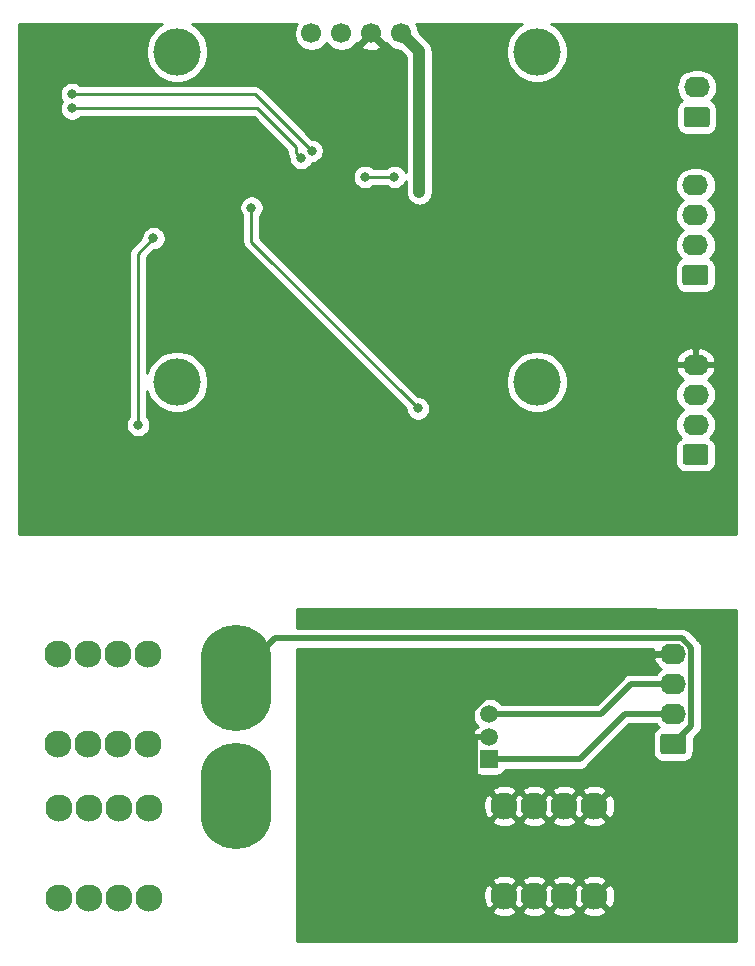
<source format=gbr>
G04 #@! TF.GenerationSoftware,KiCad,Pcbnew,(5.1.6)-1*
G04 #@! TF.CreationDate,2020-10-31T14:21:40+01:00*
G04 #@! TF.ProjectId,Batmonitor,4261746d-6f6e-4697-946f-722e6b696361,rev?*
G04 #@! TF.SameCoordinates,Original*
G04 #@! TF.FileFunction,Copper,L2,Bot*
G04 #@! TF.FilePolarity,Positive*
%FSLAX46Y46*%
G04 Gerber Fmt 4.6, Leading zero omitted, Abs format (unit mm)*
G04 Created by KiCad (PCBNEW (5.1.6)-1) date 2020-10-31 14:21:40*
%MOMM*%
%LPD*%
G01*
G04 APERTURE LIST*
G04 #@! TA.AperFunction,ComponentPad*
%ADD10C,1.700000*%
G04 #@! TD*
G04 #@! TA.AperFunction,ComponentPad*
%ADD11C,4.000000*%
G04 #@! TD*
G04 #@! TA.AperFunction,ComponentPad*
%ADD12C,2.300000*%
G04 #@! TD*
G04 #@! TA.AperFunction,ComponentPad*
%ADD13O,6.000000X9.000000*%
G04 #@! TD*
G04 #@! TA.AperFunction,ComponentPad*
%ADD14R,1.500000X1.500000*%
G04 #@! TD*
G04 #@! TA.AperFunction,ComponentPad*
%ADD15C,1.500000*%
G04 #@! TD*
G04 #@! TA.AperFunction,ComponentPad*
%ADD16C,0.800000*%
G04 #@! TD*
G04 #@! TA.AperFunction,ComponentPad*
%ADD17O,2.190000X1.740000*%
G04 #@! TD*
G04 #@! TA.AperFunction,ComponentPad*
%ADD18O,2.200000X1.740000*%
G04 #@! TD*
G04 #@! TA.AperFunction,ViaPad*
%ADD19C,0.800000*%
G04 #@! TD*
G04 #@! TA.AperFunction,Conductor*
%ADD20C,1.000000*%
G04 #@! TD*
G04 #@! TA.AperFunction,Conductor*
%ADD21C,0.250000*%
G04 #@! TD*
G04 #@! TA.AperFunction,Conductor*
%ADD22C,0.500000*%
G04 #@! TD*
G04 #@! TA.AperFunction,Conductor*
%ADD23C,0.254000*%
G04 #@! TD*
G04 APERTURE END LIST*
D10*
X134000000Y-61460000D03*
X131460000Y-61460000D03*
X128920000Y-61460000D03*
X126380000Y-61460000D03*
D11*
X145460000Y-63000000D03*
X115000000Y-63000000D03*
X115000000Y-90960000D03*
X145460000Y-90960000D03*
D12*
X142700000Y-126880000D03*
X145240000Y-126880000D03*
X147780000Y-126880000D03*
X150320000Y-126880000D03*
X150320000Y-134500000D03*
X147780000Y-134500000D03*
X145240000Y-134500000D03*
X142700000Y-134500000D03*
D13*
X120000000Y-126000000D03*
X120000000Y-116000000D03*
D14*
X141400000Y-122910000D03*
D15*
X141400000Y-119090000D03*
X141400000Y-121000000D03*
G04 #@! TA.AperFunction,ComponentPad*
G36*
G01*
X119007477Y-122219047D02*
X119007477Y-122219047D01*
G75*
G02*
X119200953Y-121687477I362523J169047D01*
G01*
X119200953Y-121687477D01*
G75*
G02*
X119732523Y-121880953I169047J-362523D01*
G01*
X119732523Y-121880953D01*
G75*
G02*
X119539047Y-122412523I-362523J-169047D01*
G01*
X119539047Y-122412523D01*
G75*
G02*
X119007477Y-122219047I-169047J362523D01*
G01*
G37*
G04 #@! TD.AperFunction*
G04 #@! TA.AperFunction,ComponentPad*
G36*
G01*
X120992523Y-122219047D02*
X120992523Y-122219047D01*
G75*
G02*
X120460953Y-122412523I-362523J169047D01*
G01*
X120460953Y-122412523D01*
G75*
G02*
X120267477Y-121880953I169047J362523D01*
G01*
X120267477Y-121880953D01*
G75*
G02*
X120799047Y-121687477I362523J-169047D01*
G01*
X120799047Y-121687477D01*
G75*
G02*
X120992523Y-122219047I-169047J-362523D01*
G01*
G37*
G04 #@! TD.AperFunction*
D16*
X121660000Y-122800000D03*
X118340000Y-122800000D03*
X119370000Y-129950000D03*
X120630000Y-129950000D03*
X121660000Y-129200000D03*
X118340000Y-129200000D03*
X122050000Y-125330000D03*
X122050000Y-126670000D03*
X122050000Y-124000000D03*
X122050000Y-128000000D03*
X117950000Y-125330000D03*
X117950000Y-126670000D03*
X117950000Y-128000000D03*
X117950000Y-124000000D03*
X121660000Y-119200000D03*
X118340000Y-119200000D03*
G04 #@! TA.AperFunction,ComponentPad*
G36*
G01*
X120267477Y-120119047D02*
X120267477Y-120119047D01*
G75*
G02*
X120460953Y-119587477I362523J169047D01*
G01*
X120460953Y-119587477D01*
G75*
G02*
X120992523Y-119780953I169047J-362523D01*
G01*
X120992523Y-119780953D01*
G75*
G02*
X120799047Y-120312523I-362523J-169047D01*
G01*
X120799047Y-120312523D01*
G75*
G02*
X120267477Y-120119047I-169047J362523D01*
G01*
G37*
G04 #@! TD.AperFunction*
G04 #@! TA.AperFunction,ComponentPad*
G36*
G01*
X119732523Y-120119047D02*
X119732523Y-120119047D01*
G75*
G02*
X119200953Y-120312523I-362523J169047D01*
G01*
X119200953Y-120312523D01*
G75*
G02*
X119007477Y-119780953I169047J362523D01*
G01*
X119007477Y-119780953D01*
G75*
G02*
X119539047Y-119587477I362523J-169047D01*
G01*
X119539047Y-119587477D01*
G75*
G02*
X119732523Y-120119047I-169047J-362523D01*
G01*
G37*
G04 #@! TD.AperFunction*
X121660000Y-112800000D03*
X118340000Y-112800000D03*
X119370000Y-112050000D03*
X122050000Y-114000000D03*
X122050000Y-115330000D03*
X122050000Y-116670000D03*
X122050000Y-118000000D03*
X117950000Y-114000000D03*
X117950000Y-115330000D03*
X117950000Y-116670000D03*
X117950000Y-118000000D03*
X120630000Y-112050000D03*
D17*
X158900000Y-89500000D03*
X158900000Y-92040000D03*
X158900000Y-94580000D03*
G04 #@! TA.AperFunction,ComponentPad*
G36*
G01*
X159745001Y-97990000D02*
X158054999Y-97990000D01*
G75*
G02*
X157805000Y-97740001I0J249999D01*
G01*
X157805000Y-96499999D01*
G75*
G02*
X158054999Y-96250000I249999J0D01*
G01*
X159745001Y-96250000D01*
G75*
G02*
X159995000Y-96499999I0J-249999D01*
G01*
X159995000Y-97740001D01*
G75*
G02*
X159745001Y-97990000I-249999J0D01*
G01*
G37*
G04 #@! TD.AperFunction*
X157000000Y-114000000D03*
X157000000Y-116540000D03*
X157000000Y-119080000D03*
G04 #@! TA.AperFunction,ComponentPad*
G36*
G01*
X157845001Y-122490000D02*
X156154999Y-122490000D01*
G75*
G02*
X155905000Y-122240001I0J249999D01*
G01*
X155905000Y-120999999D01*
G75*
G02*
X156154999Y-120750000I249999J0D01*
G01*
X157845001Y-120750000D01*
G75*
G02*
X158095000Y-120999999I0J-249999D01*
G01*
X158095000Y-122240001D01*
G75*
G02*
X157845001Y-122490000I-249999J0D01*
G01*
G37*
G04 #@! TD.AperFunction*
D12*
X105000000Y-127000000D03*
X107540000Y-127000000D03*
X110080000Y-127000000D03*
X112620000Y-127000000D03*
X112620000Y-134620000D03*
X110080000Y-134620000D03*
X107540000Y-134620000D03*
X105000000Y-134620000D03*
X104880000Y-114000000D03*
X107420000Y-114000000D03*
X109960000Y-114000000D03*
X112500000Y-114000000D03*
X112500000Y-121620000D03*
X109960000Y-121620000D03*
X107420000Y-121620000D03*
X104880000Y-121620000D03*
D18*
X158880000Y-74300000D03*
X158880000Y-76840000D03*
X158880000Y-79380000D03*
G04 #@! TA.AperFunction,ComponentPad*
G36*
G01*
X159730001Y-82790000D02*
X158029999Y-82790000D01*
G75*
G02*
X157780000Y-82540001I0J249999D01*
G01*
X157780000Y-81299999D01*
G75*
G02*
X158029999Y-81050000I249999J0D01*
G01*
X159730001Y-81050000D01*
G75*
G02*
X159980000Y-81299999I0J-249999D01*
G01*
X159980000Y-82540001D01*
G75*
G02*
X159730001Y-82790000I-249999J0D01*
G01*
G37*
G04 #@! TD.AperFunction*
X159000000Y-66000000D03*
G04 #@! TA.AperFunction,ComponentPad*
G36*
G01*
X159850001Y-69410000D02*
X158149999Y-69410000D01*
G75*
G02*
X157900000Y-69160001I0J249999D01*
G01*
X157900000Y-67919999D01*
G75*
G02*
X158149999Y-67670000I249999J0D01*
G01*
X159850001Y-67670000D01*
G75*
G02*
X160100000Y-67919999I0J-249999D01*
G01*
X160100000Y-69160001D01*
G75*
G02*
X159850001Y-69410000I-249999J0D01*
G01*
G37*
G04 #@! TD.AperFunction*
D19*
X126000000Y-74000000D03*
X118500000Y-69300000D03*
X147000000Y-73000000D03*
X128300000Y-66900000D03*
X137100000Y-66400000D03*
X138600000Y-80800000D03*
X103400000Y-84500000D03*
X126300000Y-80200000D03*
X116800000Y-84700000D03*
X128400000Y-82900000D03*
X142000000Y-95500000D03*
X135500000Y-74900000D03*
X126400000Y-71400000D03*
X106100000Y-66600000D03*
X125500000Y-72000000D03*
X106100000Y-67800000D03*
X130900000Y-73600000D03*
X133400000Y-73600000D03*
X111700000Y-94600000D03*
X113000000Y-78800000D03*
X135400000Y-93200000D03*
X121300000Y-76200000D03*
D20*
X135500000Y-62960000D02*
X134000000Y-61460000D01*
X135500000Y-74900000D02*
X135500000Y-62960000D01*
D21*
X126400000Y-71400000D02*
X121600000Y-66600000D01*
X121600000Y-66600000D02*
X106100000Y-66600000D01*
X125100001Y-71600001D02*
X125100001Y-71100001D01*
X125500000Y-72000000D02*
X125100001Y-71600001D01*
X125100001Y-71100001D02*
X121800000Y-67800000D01*
X121800000Y-67800000D02*
X106100000Y-67800000D01*
X130900000Y-73600000D02*
X133400000Y-73600000D01*
X111700000Y-94600000D02*
X111700000Y-80100000D01*
X111700000Y-80100000D02*
X113000000Y-78800000D01*
D22*
X141400000Y-122910000D02*
X149090000Y-122910000D01*
X152920000Y-119080000D02*
X157000000Y-119080000D01*
X149090000Y-122910000D02*
X152920000Y-119080000D01*
D21*
X135400000Y-93200000D02*
X121300000Y-79100000D01*
X121300000Y-79100000D02*
X121300000Y-76200000D01*
D22*
X123320010Y-112679990D02*
X120000000Y-116000000D01*
X158545010Y-113453234D02*
X157771766Y-112679990D01*
X157771766Y-112679990D02*
X123320010Y-112679990D01*
X158545010Y-120074990D02*
X158545010Y-113453234D01*
X157000000Y-121620000D02*
X158545010Y-120074990D01*
X140199999Y-124379999D02*
X142700000Y-126880000D01*
X140199999Y-121139341D02*
X140199999Y-124379999D01*
X140339340Y-121000000D02*
X140199999Y-121139341D01*
X141400000Y-121000000D02*
X140339340Y-121000000D01*
X141400000Y-121000000D02*
X140000000Y-121000000D01*
X144713998Y-114000000D02*
X157000000Y-114000000D01*
X140000000Y-118713998D02*
X144713998Y-114000000D01*
X140000000Y-121000000D02*
X140000000Y-118713998D01*
X141400000Y-119090000D02*
X150910000Y-119090000D01*
X153460000Y-116540000D02*
X157000000Y-116540000D01*
X150910000Y-119090000D02*
X153460000Y-116540000D01*
D23*
G36*
X113751859Y-60664893D02*
G01*
X113320285Y-60953262D01*
X112953262Y-61320285D01*
X112664893Y-61751859D01*
X112466261Y-62231399D01*
X112365000Y-62740475D01*
X112365000Y-63259525D01*
X112466261Y-63768601D01*
X112664893Y-64248141D01*
X112953262Y-64679715D01*
X113320285Y-65046738D01*
X113751859Y-65335107D01*
X114231399Y-65533739D01*
X114740475Y-65635000D01*
X115259525Y-65635000D01*
X115768601Y-65533739D01*
X116248141Y-65335107D01*
X116679715Y-65046738D01*
X117046738Y-64679715D01*
X117335107Y-64248141D01*
X117533739Y-63768601D01*
X117635000Y-63259525D01*
X117635000Y-62740475D01*
X117533739Y-62231399D01*
X117335107Y-61751859D01*
X117046738Y-61320285D01*
X116679715Y-60953262D01*
X116248141Y-60664893D01*
X116236328Y-60660000D01*
X125128549Y-60660000D01*
X125064010Y-60756589D01*
X124952068Y-61026842D01*
X124895000Y-61313740D01*
X124895000Y-61606260D01*
X124952068Y-61893158D01*
X125064010Y-62163411D01*
X125226525Y-62406632D01*
X125433368Y-62613475D01*
X125676589Y-62775990D01*
X125946842Y-62887932D01*
X126233740Y-62945000D01*
X126526260Y-62945000D01*
X126813158Y-62887932D01*
X127083411Y-62775990D01*
X127326632Y-62613475D01*
X127533475Y-62406632D01*
X127650000Y-62232240D01*
X127766525Y-62406632D01*
X127973368Y-62613475D01*
X128216589Y-62775990D01*
X128486842Y-62887932D01*
X128773740Y-62945000D01*
X129066260Y-62945000D01*
X129353158Y-62887932D01*
X129623411Y-62775990D01*
X129866632Y-62613475D01*
X129991710Y-62488397D01*
X130611208Y-62488397D01*
X130688843Y-62737472D01*
X130952883Y-62863371D01*
X131236411Y-62935339D01*
X131528531Y-62950611D01*
X131818019Y-62908599D01*
X132093747Y-62810919D01*
X132231157Y-62737472D01*
X132308792Y-62488397D01*
X131460000Y-61639605D01*
X130611208Y-62488397D01*
X129991710Y-62488397D01*
X130073475Y-62406632D01*
X130189311Y-62233271D01*
X130431603Y-62308792D01*
X131280395Y-61460000D01*
X131266253Y-61445858D01*
X131445858Y-61266253D01*
X131460000Y-61280395D01*
X131474143Y-61266253D01*
X131653748Y-61445858D01*
X131639605Y-61460000D01*
X132488397Y-62308792D01*
X132730689Y-62233271D01*
X132846525Y-62406632D01*
X133053368Y-62613475D01*
X133296589Y-62775990D01*
X133566842Y-62887932D01*
X133853740Y-62945000D01*
X133879869Y-62945000D01*
X134365001Y-63430133D01*
X134365000Y-73225131D01*
X134317205Y-73109744D01*
X134203937Y-72940226D01*
X134059774Y-72796063D01*
X133890256Y-72682795D01*
X133701898Y-72604774D01*
X133501939Y-72565000D01*
X133298061Y-72565000D01*
X133098102Y-72604774D01*
X132909744Y-72682795D01*
X132740226Y-72796063D01*
X132696289Y-72840000D01*
X131603711Y-72840000D01*
X131559774Y-72796063D01*
X131390256Y-72682795D01*
X131201898Y-72604774D01*
X131001939Y-72565000D01*
X130798061Y-72565000D01*
X130598102Y-72604774D01*
X130409744Y-72682795D01*
X130240226Y-72796063D01*
X130096063Y-72940226D01*
X129982795Y-73109744D01*
X129904774Y-73298102D01*
X129865000Y-73498061D01*
X129865000Y-73701939D01*
X129904774Y-73901898D01*
X129982795Y-74090256D01*
X130096063Y-74259774D01*
X130240226Y-74403937D01*
X130409744Y-74517205D01*
X130598102Y-74595226D01*
X130798061Y-74635000D01*
X131001939Y-74635000D01*
X131201898Y-74595226D01*
X131390256Y-74517205D01*
X131559774Y-74403937D01*
X131603711Y-74360000D01*
X132696289Y-74360000D01*
X132740226Y-74403937D01*
X132909744Y-74517205D01*
X133098102Y-74595226D01*
X133298061Y-74635000D01*
X133501939Y-74635000D01*
X133701898Y-74595226D01*
X133890256Y-74517205D01*
X134059774Y-74403937D01*
X134203937Y-74259774D01*
X134317205Y-74090256D01*
X134365000Y-73974869D01*
X134365000Y-74955751D01*
X134381423Y-75122498D01*
X134446324Y-75336446D01*
X134551716Y-75533623D01*
X134693551Y-75706449D01*
X134866377Y-75848284D01*
X135063553Y-75953676D01*
X135277501Y-76018577D01*
X135500000Y-76040491D01*
X135722498Y-76018577D01*
X135936446Y-75953676D01*
X136133623Y-75848284D01*
X136306449Y-75706449D01*
X136448284Y-75533623D01*
X136553676Y-75336447D01*
X136618577Y-75122499D01*
X136635000Y-74955752D01*
X136635000Y-74300000D01*
X157137718Y-74300000D01*
X157166776Y-74595032D01*
X157252834Y-74878725D01*
X157392583Y-75140179D01*
X157580655Y-75369345D01*
X157809821Y-75557417D01*
X157833362Y-75570000D01*
X157809821Y-75582583D01*
X157580655Y-75770655D01*
X157392583Y-75999821D01*
X157252834Y-76261275D01*
X157166776Y-76544968D01*
X157137718Y-76840000D01*
X157166776Y-77135032D01*
X157252834Y-77418725D01*
X157392583Y-77680179D01*
X157580655Y-77909345D01*
X157809821Y-78097417D01*
X157833362Y-78110000D01*
X157809821Y-78122583D01*
X157580655Y-78310655D01*
X157392583Y-78539821D01*
X157252834Y-78801275D01*
X157166776Y-79084968D01*
X157137718Y-79380000D01*
X157166776Y-79675032D01*
X157252834Y-79958725D01*
X157392583Y-80220179D01*
X157580655Y-80449345D01*
X157646114Y-80503066D01*
X157536613Y-80561595D01*
X157402038Y-80672038D01*
X157291595Y-80806613D01*
X157209528Y-80960149D01*
X157158992Y-81126745D01*
X157141928Y-81299999D01*
X157141928Y-82540001D01*
X157158992Y-82713255D01*
X157209528Y-82879851D01*
X157291595Y-83033387D01*
X157402038Y-83167962D01*
X157536613Y-83278405D01*
X157690149Y-83360472D01*
X157856745Y-83411008D01*
X158029999Y-83428072D01*
X159730001Y-83428072D01*
X159903255Y-83411008D01*
X160069851Y-83360472D01*
X160223387Y-83278405D01*
X160357962Y-83167962D01*
X160468405Y-83033387D01*
X160550472Y-82879851D01*
X160601008Y-82713255D01*
X160618072Y-82540001D01*
X160618072Y-81299999D01*
X160601008Y-81126745D01*
X160550472Y-80960149D01*
X160468405Y-80806613D01*
X160357962Y-80672038D01*
X160223387Y-80561595D01*
X160113886Y-80503066D01*
X160179345Y-80449345D01*
X160367417Y-80220179D01*
X160507166Y-79958725D01*
X160593224Y-79675032D01*
X160622282Y-79380000D01*
X160593224Y-79084968D01*
X160507166Y-78801275D01*
X160367417Y-78539821D01*
X160179345Y-78310655D01*
X159950179Y-78122583D01*
X159926638Y-78110000D01*
X159950179Y-78097417D01*
X160179345Y-77909345D01*
X160367417Y-77680179D01*
X160507166Y-77418725D01*
X160593224Y-77135032D01*
X160622282Y-76840000D01*
X160593224Y-76544968D01*
X160507166Y-76261275D01*
X160367417Y-75999821D01*
X160179345Y-75770655D01*
X159950179Y-75582583D01*
X159926638Y-75570000D01*
X159950179Y-75557417D01*
X160179345Y-75369345D01*
X160367417Y-75140179D01*
X160507166Y-74878725D01*
X160593224Y-74595032D01*
X160622282Y-74300000D01*
X160593224Y-74004968D01*
X160507166Y-73721275D01*
X160367417Y-73459821D01*
X160179345Y-73230655D01*
X159950179Y-73042583D01*
X159688725Y-72902834D01*
X159405032Y-72816776D01*
X159183936Y-72795000D01*
X158576064Y-72795000D01*
X158354968Y-72816776D01*
X158071275Y-72902834D01*
X157809821Y-73042583D01*
X157580655Y-73230655D01*
X157392583Y-73459821D01*
X157252834Y-73721275D01*
X157166776Y-74004968D01*
X157137718Y-74300000D01*
X136635000Y-74300000D01*
X136635000Y-66000000D01*
X157257718Y-66000000D01*
X157286776Y-66295032D01*
X157372834Y-66578725D01*
X157512583Y-66840179D01*
X157700655Y-67069345D01*
X157766114Y-67123066D01*
X157656613Y-67181595D01*
X157522038Y-67292038D01*
X157411595Y-67426613D01*
X157329528Y-67580149D01*
X157278992Y-67746745D01*
X157261928Y-67919999D01*
X157261928Y-69160001D01*
X157278992Y-69333255D01*
X157329528Y-69499851D01*
X157411595Y-69653387D01*
X157522038Y-69787962D01*
X157656613Y-69898405D01*
X157810149Y-69980472D01*
X157976745Y-70031008D01*
X158149999Y-70048072D01*
X159850001Y-70048072D01*
X160023255Y-70031008D01*
X160189851Y-69980472D01*
X160343387Y-69898405D01*
X160477962Y-69787962D01*
X160588405Y-69653387D01*
X160670472Y-69499851D01*
X160721008Y-69333255D01*
X160738072Y-69160001D01*
X160738072Y-67919999D01*
X160721008Y-67746745D01*
X160670472Y-67580149D01*
X160588405Y-67426613D01*
X160477962Y-67292038D01*
X160343387Y-67181595D01*
X160233886Y-67123066D01*
X160299345Y-67069345D01*
X160487417Y-66840179D01*
X160627166Y-66578725D01*
X160713224Y-66295032D01*
X160742282Y-66000000D01*
X160713224Y-65704968D01*
X160627166Y-65421275D01*
X160487417Y-65159821D01*
X160299345Y-64930655D01*
X160070179Y-64742583D01*
X159808725Y-64602834D01*
X159525032Y-64516776D01*
X159303936Y-64495000D01*
X158696064Y-64495000D01*
X158474968Y-64516776D01*
X158191275Y-64602834D01*
X157929821Y-64742583D01*
X157700655Y-64930655D01*
X157512583Y-65159821D01*
X157372834Y-65421275D01*
X157286776Y-65704968D01*
X157257718Y-66000000D01*
X136635000Y-66000000D01*
X136635000Y-63015741D01*
X136640490Y-62959999D01*
X136635000Y-62904257D01*
X136635000Y-62904248D01*
X136618577Y-62737501D01*
X136553676Y-62523553D01*
X136448284Y-62326377D01*
X136306449Y-62153551D01*
X136263140Y-62118008D01*
X135485000Y-61339869D01*
X135485000Y-61313740D01*
X135427932Y-61026842D01*
X135315990Y-60756589D01*
X135251451Y-60660000D01*
X144223672Y-60660000D01*
X144211859Y-60664893D01*
X143780285Y-60953262D01*
X143413262Y-61320285D01*
X143124893Y-61751859D01*
X142926261Y-62231399D01*
X142825000Y-62740475D01*
X142825000Y-63259525D01*
X142926261Y-63768601D01*
X143124893Y-64248141D01*
X143413262Y-64679715D01*
X143780285Y-65046738D01*
X144211859Y-65335107D01*
X144691399Y-65533739D01*
X145200475Y-65635000D01*
X145719525Y-65635000D01*
X146228601Y-65533739D01*
X146708141Y-65335107D01*
X147139715Y-65046738D01*
X147506738Y-64679715D01*
X147795107Y-64248141D01*
X147993739Y-63768601D01*
X148095000Y-63259525D01*
X148095000Y-62740475D01*
X147993739Y-62231399D01*
X147795107Y-61751859D01*
X147506738Y-61320285D01*
X147139715Y-60953262D01*
X146708141Y-60664893D01*
X146696328Y-60660000D01*
X162340001Y-60660000D01*
X162340000Y-103840000D01*
X161032419Y-103840000D01*
X161000000Y-103836807D01*
X160967581Y-103840000D01*
X160870617Y-103849550D01*
X160793314Y-103873000D01*
X155706686Y-103873000D01*
X155629383Y-103849550D01*
X155532419Y-103840000D01*
X155500000Y-103836807D01*
X155467581Y-103840000D01*
X113532419Y-103840000D01*
X113500000Y-103836807D01*
X113467581Y-103840000D01*
X113370617Y-103849550D01*
X113293314Y-103873000D01*
X108206686Y-103873000D01*
X108129383Y-103849550D01*
X108032419Y-103840000D01*
X108000000Y-103836807D01*
X107967581Y-103840000D01*
X101660000Y-103840000D01*
X101660000Y-94498061D01*
X110665000Y-94498061D01*
X110665000Y-94701939D01*
X110704774Y-94901898D01*
X110782795Y-95090256D01*
X110896063Y-95259774D01*
X111040226Y-95403937D01*
X111209744Y-95517205D01*
X111398102Y-95595226D01*
X111598061Y-95635000D01*
X111801939Y-95635000D01*
X112001898Y-95595226D01*
X112190256Y-95517205D01*
X112359774Y-95403937D01*
X112503937Y-95259774D01*
X112617205Y-95090256D01*
X112695226Y-94901898D01*
X112735000Y-94701939D01*
X112735000Y-94498061D01*
X112695226Y-94298102D01*
X112617205Y-94109744D01*
X112503937Y-93940226D01*
X112460000Y-93896289D01*
X112460000Y-91697125D01*
X112466261Y-91728601D01*
X112664893Y-92208141D01*
X112953262Y-92639715D01*
X113320285Y-93006738D01*
X113751859Y-93295107D01*
X114231399Y-93493739D01*
X114740475Y-93595000D01*
X115259525Y-93595000D01*
X115768601Y-93493739D01*
X116248141Y-93295107D01*
X116679715Y-93006738D01*
X117046738Y-92639715D01*
X117335107Y-92208141D01*
X117533739Y-91728601D01*
X117635000Y-91219525D01*
X117635000Y-90700475D01*
X117533739Y-90191399D01*
X117335107Y-89711859D01*
X117046738Y-89280285D01*
X116679715Y-88913262D01*
X116248141Y-88624893D01*
X115768601Y-88426261D01*
X115259525Y-88325000D01*
X114740475Y-88325000D01*
X114231399Y-88426261D01*
X113751859Y-88624893D01*
X113320285Y-88913262D01*
X112953262Y-89280285D01*
X112664893Y-89711859D01*
X112466261Y-90191399D01*
X112460000Y-90222875D01*
X112460000Y-80414801D01*
X113039802Y-79835000D01*
X113101939Y-79835000D01*
X113301898Y-79795226D01*
X113490256Y-79717205D01*
X113659774Y-79603937D01*
X113803937Y-79459774D01*
X113917205Y-79290256D01*
X113995226Y-79101898D01*
X114035000Y-78901939D01*
X114035000Y-78698061D01*
X113995226Y-78498102D01*
X113917205Y-78309744D01*
X113803937Y-78140226D01*
X113659774Y-77996063D01*
X113490256Y-77882795D01*
X113301898Y-77804774D01*
X113101939Y-77765000D01*
X112898061Y-77765000D01*
X112698102Y-77804774D01*
X112509744Y-77882795D01*
X112340226Y-77996063D01*
X112196063Y-78140226D01*
X112082795Y-78309744D01*
X112004774Y-78498102D01*
X111965000Y-78698061D01*
X111965000Y-78760198D01*
X111188998Y-79536201D01*
X111160000Y-79559999D01*
X111136202Y-79588997D01*
X111136201Y-79588998D01*
X111065026Y-79675724D01*
X110994454Y-79807754D01*
X110950998Y-79951015D01*
X110936324Y-80100000D01*
X110940001Y-80137332D01*
X110940000Y-93896289D01*
X110896063Y-93940226D01*
X110782795Y-94109744D01*
X110704774Y-94298102D01*
X110665000Y-94498061D01*
X101660000Y-94498061D01*
X101660000Y-76098061D01*
X120265000Y-76098061D01*
X120265000Y-76301939D01*
X120304774Y-76501898D01*
X120382795Y-76690256D01*
X120496063Y-76859774D01*
X120540001Y-76903712D01*
X120540000Y-79062677D01*
X120536324Y-79100000D01*
X120540000Y-79137322D01*
X120540000Y-79137332D01*
X120550997Y-79248985D01*
X120590739Y-79380000D01*
X120594454Y-79392246D01*
X120665026Y-79524276D01*
X120704871Y-79572826D01*
X120759999Y-79640001D01*
X120789003Y-79663804D01*
X134365000Y-93239802D01*
X134365000Y-93301939D01*
X134404774Y-93501898D01*
X134482795Y-93690256D01*
X134596063Y-93859774D01*
X134740226Y-94003937D01*
X134909744Y-94117205D01*
X135098102Y-94195226D01*
X135298061Y-94235000D01*
X135501939Y-94235000D01*
X135701898Y-94195226D01*
X135890256Y-94117205D01*
X136059774Y-94003937D01*
X136203937Y-93859774D01*
X136317205Y-93690256D01*
X136395226Y-93501898D01*
X136435000Y-93301939D01*
X136435000Y-93098061D01*
X136395226Y-92898102D01*
X136317205Y-92709744D01*
X136203937Y-92540226D01*
X136059774Y-92396063D01*
X135890256Y-92282795D01*
X135701898Y-92204774D01*
X135501939Y-92165000D01*
X135439802Y-92165000D01*
X133975277Y-90700475D01*
X142825000Y-90700475D01*
X142825000Y-91219525D01*
X142926261Y-91728601D01*
X143124893Y-92208141D01*
X143413262Y-92639715D01*
X143780285Y-93006738D01*
X144211859Y-93295107D01*
X144691399Y-93493739D01*
X145200475Y-93595000D01*
X145719525Y-93595000D01*
X146228601Y-93493739D01*
X146708141Y-93295107D01*
X147139715Y-93006738D01*
X147506738Y-92639715D01*
X147795107Y-92208141D01*
X147864753Y-92040000D01*
X157162718Y-92040000D01*
X157191776Y-92335032D01*
X157277834Y-92618725D01*
X157417583Y-92880179D01*
X157605655Y-93109345D01*
X157834821Y-93297417D01*
X157858362Y-93310000D01*
X157834821Y-93322583D01*
X157605655Y-93510655D01*
X157417583Y-93739821D01*
X157277834Y-94001275D01*
X157191776Y-94284968D01*
X157162718Y-94580000D01*
X157191776Y-94875032D01*
X157277834Y-95158725D01*
X157417583Y-95420179D01*
X157605655Y-95649345D01*
X157671114Y-95703066D01*
X157561613Y-95761595D01*
X157427038Y-95872038D01*
X157316595Y-96006613D01*
X157234528Y-96160149D01*
X157183992Y-96326745D01*
X157166928Y-96499999D01*
X157166928Y-97740001D01*
X157183992Y-97913255D01*
X157234528Y-98079851D01*
X157316595Y-98233387D01*
X157427038Y-98367962D01*
X157561613Y-98478405D01*
X157715149Y-98560472D01*
X157881745Y-98611008D01*
X158054999Y-98628072D01*
X159745001Y-98628072D01*
X159918255Y-98611008D01*
X160084851Y-98560472D01*
X160238387Y-98478405D01*
X160372962Y-98367962D01*
X160483405Y-98233387D01*
X160565472Y-98079851D01*
X160616008Y-97913255D01*
X160633072Y-97740001D01*
X160633072Y-96499999D01*
X160616008Y-96326745D01*
X160565472Y-96160149D01*
X160483405Y-96006613D01*
X160372962Y-95872038D01*
X160238387Y-95761595D01*
X160128886Y-95703066D01*
X160194345Y-95649345D01*
X160382417Y-95420179D01*
X160522166Y-95158725D01*
X160608224Y-94875032D01*
X160637282Y-94580000D01*
X160608224Y-94284968D01*
X160522166Y-94001275D01*
X160382417Y-93739821D01*
X160194345Y-93510655D01*
X159965179Y-93322583D01*
X159941638Y-93310000D01*
X159965179Y-93297417D01*
X160194345Y-93109345D01*
X160382417Y-92880179D01*
X160522166Y-92618725D01*
X160608224Y-92335032D01*
X160637282Y-92040000D01*
X160608224Y-91744968D01*
X160522166Y-91461275D01*
X160382417Y-91199821D01*
X160194345Y-90970655D01*
X159965179Y-90782583D01*
X159936848Y-90767440D01*
X160077433Y-90674708D01*
X160288306Y-90466326D01*
X160454474Y-90220809D01*
X160569551Y-89947591D01*
X160586302Y-89860031D01*
X160465246Y-89627000D01*
X159027000Y-89627000D01*
X159027000Y-89647000D01*
X158773000Y-89647000D01*
X158773000Y-89627000D01*
X157334754Y-89627000D01*
X157213698Y-89860031D01*
X157230449Y-89947591D01*
X157345526Y-90220809D01*
X157511694Y-90466326D01*
X157722567Y-90674708D01*
X157863152Y-90767440D01*
X157834821Y-90782583D01*
X157605655Y-90970655D01*
X157417583Y-91199821D01*
X157277834Y-91461275D01*
X157191776Y-91744968D01*
X157162718Y-92040000D01*
X147864753Y-92040000D01*
X147993739Y-91728601D01*
X148095000Y-91219525D01*
X148095000Y-90700475D01*
X147993739Y-90191399D01*
X147795107Y-89711859D01*
X147506738Y-89280285D01*
X147366422Y-89139969D01*
X157213698Y-89139969D01*
X157334754Y-89373000D01*
X158773000Y-89373000D01*
X158773000Y-88149624D01*
X159027000Y-88149624D01*
X159027000Y-89373000D01*
X160465246Y-89373000D01*
X160586302Y-89139969D01*
X160569551Y-89052409D01*
X160454474Y-88779191D01*
X160288306Y-88533674D01*
X160077433Y-88325292D01*
X159829958Y-88162053D01*
X159555392Y-88050231D01*
X159264286Y-87994123D01*
X159027000Y-88149624D01*
X158773000Y-88149624D01*
X158535714Y-87994123D01*
X158244608Y-88050231D01*
X157970042Y-88162053D01*
X157722567Y-88325292D01*
X157511694Y-88533674D01*
X157345526Y-88779191D01*
X157230449Y-89052409D01*
X157213698Y-89139969D01*
X147366422Y-89139969D01*
X147139715Y-88913262D01*
X146708141Y-88624893D01*
X146228601Y-88426261D01*
X145719525Y-88325000D01*
X145200475Y-88325000D01*
X144691399Y-88426261D01*
X144211859Y-88624893D01*
X143780285Y-88913262D01*
X143413262Y-89280285D01*
X143124893Y-89711859D01*
X142926261Y-90191399D01*
X142825000Y-90700475D01*
X133975277Y-90700475D01*
X122060000Y-78785199D01*
X122060000Y-76903711D01*
X122103937Y-76859774D01*
X122217205Y-76690256D01*
X122295226Y-76501898D01*
X122335000Y-76301939D01*
X122335000Y-76098061D01*
X122295226Y-75898102D01*
X122217205Y-75709744D01*
X122103937Y-75540226D01*
X121959774Y-75396063D01*
X121790256Y-75282795D01*
X121601898Y-75204774D01*
X121401939Y-75165000D01*
X121198061Y-75165000D01*
X120998102Y-75204774D01*
X120809744Y-75282795D01*
X120640226Y-75396063D01*
X120496063Y-75540226D01*
X120382795Y-75709744D01*
X120304774Y-75898102D01*
X120265000Y-76098061D01*
X101660000Y-76098061D01*
X101660000Y-66498061D01*
X105065000Y-66498061D01*
X105065000Y-66701939D01*
X105104774Y-66901898D01*
X105182795Y-67090256D01*
X105256123Y-67200000D01*
X105182795Y-67309744D01*
X105104774Y-67498102D01*
X105065000Y-67698061D01*
X105065000Y-67901939D01*
X105104774Y-68101898D01*
X105182795Y-68290256D01*
X105296063Y-68459774D01*
X105440226Y-68603937D01*
X105609744Y-68717205D01*
X105798102Y-68795226D01*
X105998061Y-68835000D01*
X106201939Y-68835000D01*
X106401898Y-68795226D01*
X106590256Y-68717205D01*
X106759774Y-68603937D01*
X106803711Y-68560000D01*
X121485199Y-68560000D01*
X124340001Y-71414803D01*
X124340001Y-71562679D01*
X124336325Y-71600001D01*
X124340001Y-71637323D01*
X124340001Y-71637333D01*
X124350998Y-71748986D01*
X124385789Y-71863677D01*
X124394455Y-71892247D01*
X124465000Y-72024226D01*
X124465000Y-72101939D01*
X124504774Y-72301898D01*
X124582795Y-72490256D01*
X124696063Y-72659774D01*
X124840226Y-72803937D01*
X125009744Y-72917205D01*
X125198102Y-72995226D01*
X125398061Y-73035000D01*
X125601939Y-73035000D01*
X125801898Y-72995226D01*
X125990256Y-72917205D01*
X126159774Y-72803937D01*
X126303937Y-72659774D01*
X126417205Y-72490256D01*
X126440093Y-72435000D01*
X126501939Y-72435000D01*
X126701898Y-72395226D01*
X126890256Y-72317205D01*
X127059774Y-72203937D01*
X127203937Y-72059774D01*
X127317205Y-71890256D01*
X127395226Y-71701898D01*
X127435000Y-71501939D01*
X127435000Y-71298061D01*
X127395226Y-71098102D01*
X127317205Y-70909744D01*
X127203937Y-70740226D01*
X127059774Y-70596063D01*
X126890256Y-70482795D01*
X126701898Y-70404774D01*
X126501939Y-70365000D01*
X126439802Y-70365000D01*
X122163804Y-66089003D01*
X122140001Y-66059999D01*
X122024276Y-65965026D01*
X121892247Y-65894454D01*
X121748986Y-65850997D01*
X121637333Y-65840000D01*
X121637322Y-65840000D01*
X121600000Y-65836324D01*
X121562678Y-65840000D01*
X106803711Y-65840000D01*
X106759774Y-65796063D01*
X106590256Y-65682795D01*
X106401898Y-65604774D01*
X106201939Y-65565000D01*
X105998061Y-65565000D01*
X105798102Y-65604774D01*
X105609744Y-65682795D01*
X105440226Y-65796063D01*
X105296063Y-65940226D01*
X105182795Y-66109744D01*
X105104774Y-66298102D01*
X105065000Y-66498061D01*
X101660000Y-66498061D01*
X101660000Y-60660000D01*
X113763672Y-60660000D01*
X113751859Y-60664893D01*
G37*
X113751859Y-60664893D02*
X113320285Y-60953262D01*
X112953262Y-61320285D01*
X112664893Y-61751859D01*
X112466261Y-62231399D01*
X112365000Y-62740475D01*
X112365000Y-63259525D01*
X112466261Y-63768601D01*
X112664893Y-64248141D01*
X112953262Y-64679715D01*
X113320285Y-65046738D01*
X113751859Y-65335107D01*
X114231399Y-65533739D01*
X114740475Y-65635000D01*
X115259525Y-65635000D01*
X115768601Y-65533739D01*
X116248141Y-65335107D01*
X116679715Y-65046738D01*
X117046738Y-64679715D01*
X117335107Y-64248141D01*
X117533739Y-63768601D01*
X117635000Y-63259525D01*
X117635000Y-62740475D01*
X117533739Y-62231399D01*
X117335107Y-61751859D01*
X117046738Y-61320285D01*
X116679715Y-60953262D01*
X116248141Y-60664893D01*
X116236328Y-60660000D01*
X125128549Y-60660000D01*
X125064010Y-60756589D01*
X124952068Y-61026842D01*
X124895000Y-61313740D01*
X124895000Y-61606260D01*
X124952068Y-61893158D01*
X125064010Y-62163411D01*
X125226525Y-62406632D01*
X125433368Y-62613475D01*
X125676589Y-62775990D01*
X125946842Y-62887932D01*
X126233740Y-62945000D01*
X126526260Y-62945000D01*
X126813158Y-62887932D01*
X127083411Y-62775990D01*
X127326632Y-62613475D01*
X127533475Y-62406632D01*
X127650000Y-62232240D01*
X127766525Y-62406632D01*
X127973368Y-62613475D01*
X128216589Y-62775990D01*
X128486842Y-62887932D01*
X128773740Y-62945000D01*
X129066260Y-62945000D01*
X129353158Y-62887932D01*
X129623411Y-62775990D01*
X129866632Y-62613475D01*
X129991710Y-62488397D01*
X130611208Y-62488397D01*
X130688843Y-62737472D01*
X130952883Y-62863371D01*
X131236411Y-62935339D01*
X131528531Y-62950611D01*
X131818019Y-62908599D01*
X132093747Y-62810919D01*
X132231157Y-62737472D01*
X132308792Y-62488397D01*
X131460000Y-61639605D01*
X130611208Y-62488397D01*
X129991710Y-62488397D01*
X130073475Y-62406632D01*
X130189311Y-62233271D01*
X130431603Y-62308792D01*
X131280395Y-61460000D01*
X131266253Y-61445858D01*
X131445858Y-61266253D01*
X131460000Y-61280395D01*
X131474143Y-61266253D01*
X131653748Y-61445858D01*
X131639605Y-61460000D01*
X132488397Y-62308792D01*
X132730689Y-62233271D01*
X132846525Y-62406632D01*
X133053368Y-62613475D01*
X133296589Y-62775990D01*
X133566842Y-62887932D01*
X133853740Y-62945000D01*
X133879869Y-62945000D01*
X134365001Y-63430133D01*
X134365000Y-73225131D01*
X134317205Y-73109744D01*
X134203937Y-72940226D01*
X134059774Y-72796063D01*
X133890256Y-72682795D01*
X133701898Y-72604774D01*
X133501939Y-72565000D01*
X133298061Y-72565000D01*
X133098102Y-72604774D01*
X132909744Y-72682795D01*
X132740226Y-72796063D01*
X132696289Y-72840000D01*
X131603711Y-72840000D01*
X131559774Y-72796063D01*
X131390256Y-72682795D01*
X131201898Y-72604774D01*
X131001939Y-72565000D01*
X130798061Y-72565000D01*
X130598102Y-72604774D01*
X130409744Y-72682795D01*
X130240226Y-72796063D01*
X130096063Y-72940226D01*
X129982795Y-73109744D01*
X129904774Y-73298102D01*
X129865000Y-73498061D01*
X129865000Y-73701939D01*
X129904774Y-73901898D01*
X129982795Y-74090256D01*
X130096063Y-74259774D01*
X130240226Y-74403937D01*
X130409744Y-74517205D01*
X130598102Y-74595226D01*
X130798061Y-74635000D01*
X131001939Y-74635000D01*
X131201898Y-74595226D01*
X131390256Y-74517205D01*
X131559774Y-74403937D01*
X131603711Y-74360000D01*
X132696289Y-74360000D01*
X132740226Y-74403937D01*
X132909744Y-74517205D01*
X133098102Y-74595226D01*
X133298061Y-74635000D01*
X133501939Y-74635000D01*
X133701898Y-74595226D01*
X133890256Y-74517205D01*
X134059774Y-74403937D01*
X134203937Y-74259774D01*
X134317205Y-74090256D01*
X134365000Y-73974869D01*
X134365000Y-74955751D01*
X134381423Y-75122498D01*
X134446324Y-75336446D01*
X134551716Y-75533623D01*
X134693551Y-75706449D01*
X134866377Y-75848284D01*
X135063553Y-75953676D01*
X135277501Y-76018577D01*
X135500000Y-76040491D01*
X135722498Y-76018577D01*
X135936446Y-75953676D01*
X136133623Y-75848284D01*
X136306449Y-75706449D01*
X136448284Y-75533623D01*
X136553676Y-75336447D01*
X136618577Y-75122499D01*
X136635000Y-74955752D01*
X136635000Y-74300000D01*
X157137718Y-74300000D01*
X157166776Y-74595032D01*
X157252834Y-74878725D01*
X157392583Y-75140179D01*
X157580655Y-75369345D01*
X157809821Y-75557417D01*
X157833362Y-75570000D01*
X157809821Y-75582583D01*
X157580655Y-75770655D01*
X157392583Y-75999821D01*
X157252834Y-76261275D01*
X157166776Y-76544968D01*
X157137718Y-76840000D01*
X157166776Y-77135032D01*
X157252834Y-77418725D01*
X157392583Y-77680179D01*
X157580655Y-77909345D01*
X157809821Y-78097417D01*
X157833362Y-78110000D01*
X157809821Y-78122583D01*
X157580655Y-78310655D01*
X157392583Y-78539821D01*
X157252834Y-78801275D01*
X157166776Y-79084968D01*
X157137718Y-79380000D01*
X157166776Y-79675032D01*
X157252834Y-79958725D01*
X157392583Y-80220179D01*
X157580655Y-80449345D01*
X157646114Y-80503066D01*
X157536613Y-80561595D01*
X157402038Y-80672038D01*
X157291595Y-80806613D01*
X157209528Y-80960149D01*
X157158992Y-81126745D01*
X157141928Y-81299999D01*
X157141928Y-82540001D01*
X157158992Y-82713255D01*
X157209528Y-82879851D01*
X157291595Y-83033387D01*
X157402038Y-83167962D01*
X157536613Y-83278405D01*
X157690149Y-83360472D01*
X157856745Y-83411008D01*
X158029999Y-83428072D01*
X159730001Y-83428072D01*
X159903255Y-83411008D01*
X160069851Y-83360472D01*
X160223387Y-83278405D01*
X160357962Y-83167962D01*
X160468405Y-83033387D01*
X160550472Y-82879851D01*
X160601008Y-82713255D01*
X160618072Y-82540001D01*
X160618072Y-81299999D01*
X160601008Y-81126745D01*
X160550472Y-80960149D01*
X160468405Y-80806613D01*
X160357962Y-80672038D01*
X160223387Y-80561595D01*
X160113886Y-80503066D01*
X160179345Y-80449345D01*
X160367417Y-80220179D01*
X160507166Y-79958725D01*
X160593224Y-79675032D01*
X160622282Y-79380000D01*
X160593224Y-79084968D01*
X160507166Y-78801275D01*
X160367417Y-78539821D01*
X160179345Y-78310655D01*
X159950179Y-78122583D01*
X159926638Y-78110000D01*
X159950179Y-78097417D01*
X160179345Y-77909345D01*
X160367417Y-77680179D01*
X160507166Y-77418725D01*
X160593224Y-77135032D01*
X160622282Y-76840000D01*
X160593224Y-76544968D01*
X160507166Y-76261275D01*
X160367417Y-75999821D01*
X160179345Y-75770655D01*
X159950179Y-75582583D01*
X159926638Y-75570000D01*
X159950179Y-75557417D01*
X160179345Y-75369345D01*
X160367417Y-75140179D01*
X160507166Y-74878725D01*
X160593224Y-74595032D01*
X160622282Y-74300000D01*
X160593224Y-74004968D01*
X160507166Y-73721275D01*
X160367417Y-73459821D01*
X160179345Y-73230655D01*
X159950179Y-73042583D01*
X159688725Y-72902834D01*
X159405032Y-72816776D01*
X159183936Y-72795000D01*
X158576064Y-72795000D01*
X158354968Y-72816776D01*
X158071275Y-72902834D01*
X157809821Y-73042583D01*
X157580655Y-73230655D01*
X157392583Y-73459821D01*
X157252834Y-73721275D01*
X157166776Y-74004968D01*
X157137718Y-74300000D01*
X136635000Y-74300000D01*
X136635000Y-66000000D01*
X157257718Y-66000000D01*
X157286776Y-66295032D01*
X157372834Y-66578725D01*
X157512583Y-66840179D01*
X157700655Y-67069345D01*
X157766114Y-67123066D01*
X157656613Y-67181595D01*
X157522038Y-67292038D01*
X157411595Y-67426613D01*
X157329528Y-67580149D01*
X157278992Y-67746745D01*
X157261928Y-67919999D01*
X157261928Y-69160001D01*
X157278992Y-69333255D01*
X157329528Y-69499851D01*
X157411595Y-69653387D01*
X157522038Y-69787962D01*
X157656613Y-69898405D01*
X157810149Y-69980472D01*
X157976745Y-70031008D01*
X158149999Y-70048072D01*
X159850001Y-70048072D01*
X160023255Y-70031008D01*
X160189851Y-69980472D01*
X160343387Y-69898405D01*
X160477962Y-69787962D01*
X160588405Y-69653387D01*
X160670472Y-69499851D01*
X160721008Y-69333255D01*
X160738072Y-69160001D01*
X160738072Y-67919999D01*
X160721008Y-67746745D01*
X160670472Y-67580149D01*
X160588405Y-67426613D01*
X160477962Y-67292038D01*
X160343387Y-67181595D01*
X160233886Y-67123066D01*
X160299345Y-67069345D01*
X160487417Y-66840179D01*
X160627166Y-66578725D01*
X160713224Y-66295032D01*
X160742282Y-66000000D01*
X160713224Y-65704968D01*
X160627166Y-65421275D01*
X160487417Y-65159821D01*
X160299345Y-64930655D01*
X160070179Y-64742583D01*
X159808725Y-64602834D01*
X159525032Y-64516776D01*
X159303936Y-64495000D01*
X158696064Y-64495000D01*
X158474968Y-64516776D01*
X158191275Y-64602834D01*
X157929821Y-64742583D01*
X157700655Y-64930655D01*
X157512583Y-65159821D01*
X157372834Y-65421275D01*
X157286776Y-65704968D01*
X157257718Y-66000000D01*
X136635000Y-66000000D01*
X136635000Y-63015741D01*
X136640490Y-62959999D01*
X136635000Y-62904257D01*
X136635000Y-62904248D01*
X136618577Y-62737501D01*
X136553676Y-62523553D01*
X136448284Y-62326377D01*
X136306449Y-62153551D01*
X136263140Y-62118008D01*
X135485000Y-61339869D01*
X135485000Y-61313740D01*
X135427932Y-61026842D01*
X135315990Y-60756589D01*
X135251451Y-60660000D01*
X144223672Y-60660000D01*
X144211859Y-60664893D01*
X143780285Y-60953262D01*
X143413262Y-61320285D01*
X143124893Y-61751859D01*
X142926261Y-62231399D01*
X142825000Y-62740475D01*
X142825000Y-63259525D01*
X142926261Y-63768601D01*
X143124893Y-64248141D01*
X143413262Y-64679715D01*
X143780285Y-65046738D01*
X144211859Y-65335107D01*
X144691399Y-65533739D01*
X145200475Y-65635000D01*
X145719525Y-65635000D01*
X146228601Y-65533739D01*
X146708141Y-65335107D01*
X147139715Y-65046738D01*
X147506738Y-64679715D01*
X147795107Y-64248141D01*
X147993739Y-63768601D01*
X148095000Y-63259525D01*
X148095000Y-62740475D01*
X147993739Y-62231399D01*
X147795107Y-61751859D01*
X147506738Y-61320285D01*
X147139715Y-60953262D01*
X146708141Y-60664893D01*
X146696328Y-60660000D01*
X162340001Y-60660000D01*
X162340000Y-103840000D01*
X161032419Y-103840000D01*
X161000000Y-103836807D01*
X160967581Y-103840000D01*
X160870617Y-103849550D01*
X160793314Y-103873000D01*
X155706686Y-103873000D01*
X155629383Y-103849550D01*
X155532419Y-103840000D01*
X155500000Y-103836807D01*
X155467581Y-103840000D01*
X113532419Y-103840000D01*
X113500000Y-103836807D01*
X113467581Y-103840000D01*
X113370617Y-103849550D01*
X113293314Y-103873000D01*
X108206686Y-103873000D01*
X108129383Y-103849550D01*
X108032419Y-103840000D01*
X108000000Y-103836807D01*
X107967581Y-103840000D01*
X101660000Y-103840000D01*
X101660000Y-94498061D01*
X110665000Y-94498061D01*
X110665000Y-94701939D01*
X110704774Y-94901898D01*
X110782795Y-95090256D01*
X110896063Y-95259774D01*
X111040226Y-95403937D01*
X111209744Y-95517205D01*
X111398102Y-95595226D01*
X111598061Y-95635000D01*
X111801939Y-95635000D01*
X112001898Y-95595226D01*
X112190256Y-95517205D01*
X112359774Y-95403937D01*
X112503937Y-95259774D01*
X112617205Y-95090256D01*
X112695226Y-94901898D01*
X112735000Y-94701939D01*
X112735000Y-94498061D01*
X112695226Y-94298102D01*
X112617205Y-94109744D01*
X112503937Y-93940226D01*
X112460000Y-93896289D01*
X112460000Y-91697125D01*
X112466261Y-91728601D01*
X112664893Y-92208141D01*
X112953262Y-92639715D01*
X113320285Y-93006738D01*
X113751859Y-93295107D01*
X114231399Y-93493739D01*
X114740475Y-93595000D01*
X115259525Y-93595000D01*
X115768601Y-93493739D01*
X116248141Y-93295107D01*
X116679715Y-93006738D01*
X117046738Y-92639715D01*
X117335107Y-92208141D01*
X117533739Y-91728601D01*
X117635000Y-91219525D01*
X117635000Y-90700475D01*
X117533739Y-90191399D01*
X117335107Y-89711859D01*
X117046738Y-89280285D01*
X116679715Y-88913262D01*
X116248141Y-88624893D01*
X115768601Y-88426261D01*
X115259525Y-88325000D01*
X114740475Y-88325000D01*
X114231399Y-88426261D01*
X113751859Y-88624893D01*
X113320285Y-88913262D01*
X112953262Y-89280285D01*
X112664893Y-89711859D01*
X112466261Y-90191399D01*
X112460000Y-90222875D01*
X112460000Y-80414801D01*
X113039802Y-79835000D01*
X113101939Y-79835000D01*
X113301898Y-79795226D01*
X113490256Y-79717205D01*
X113659774Y-79603937D01*
X113803937Y-79459774D01*
X113917205Y-79290256D01*
X113995226Y-79101898D01*
X114035000Y-78901939D01*
X114035000Y-78698061D01*
X113995226Y-78498102D01*
X113917205Y-78309744D01*
X113803937Y-78140226D01*
X113659774Y-77996063D01*
X113490256Y-77882795D01*
X113301898Y-77804774D01*
X113101939Y-77765000D01*
X112898061Y-77765000D01*
X112698102Y-77804774D01*
X112509744Y-77882795D01*
X112340226Y-77996063D01*
X112196063Y-78140226D01*
X112082795Y-78309744D01*
X112004774Y-78498102D01*
X111965000Y-78698061D01*
X111965000Y-78760198D01*
X111188998Y-79536201D01*
X111160000Y-79559999D01*
X111136202Y-79588997D01*
X111136201Y-79588998D01*
X111065026Y-79675724D01*
X110994454Y-79807754D01*
X110950998Y-79951015D01*
X110936324Y-80100000D01*
X110940001Y-80137332D01*
X110940000Y-93896289D01*
X110896063Y-93940226D01*
X110782795Y-94109744D01*
X110704774Y-94298102D01*
X110665000Y-94498061D01*
X101660000Y-94498061D01*
X101660000Y-76098061D01*
X120265000Y-76098061D01*
X120265000Y-76301939D01*
X120304774Y-76501898D01*
X120382795Y-76690256D01*
X120496063Y-76859774D01*
X120540001Y-76903712D01*
X120540000Y-79062677D01*
X120536324Y-79100000D01*
X120540000Y-79137322D01*
X120540000Y-79137332D01*
X120550997Y-79248985D01*
X120590739Y-79380000D01*
X120594454Y-79392246D01*
X120665026Y-79524276D01*
X120704871Y-79572826D01*
X120759999Y-79640001D01*
X120789003Y-79663804D01*
X134365000Y-93239802D01*
X134365000Y-93301939D01*
X134404774Y-93501898D01*
X134482795Y-93690256D01*
X134596063Y-93859774D01*
X134740226Y-94003937D01*
X134909744Y-94117205D01*
X135098102Y-94195226D01*
X135298061Y-94235000D01*
X135501939Y-94235000D01*
X135701898Y-94195226D01*
X135890256Y-94117205D01*
X136059774Y-94003937D01*
X136203937Y-93859774D01*
X136317205Y-93690256D01*
X136395226Y-93501898D01*
X136435000Y-93301939D01*
X136435000Y-93098061D01*
X136395226Y-92898102D01*
X136317205Y-92709744D01*
X136203937Y-92540226D01*
X136059774Y-92396063D01*
X135890256Y-92282795D01*
X135701898Y-92204774D01*
X135501939Y-92165000D01*
X135439802Y-92165000D01*
X133975277Y-90700475D01*
X142825000Y-90700475D01*
X142825000Y-91219525D01*
X142926261Y-91728601D01*
X143124893Y-92208141D01*
X143413262Y-92639715D01*
X143780285Y-93006738D01*
X144211859Y-93295107D01*
X144691399Y-93493739D01*
X145200475Y-93595000D01*
X145719525Y-93595000D01*
X146228601Y-93493739D01*
X146708141Y-93295107D01*
X147139715Y-93006738D01*
X147506738Y-92639715D01*
X147795107Y-92208141D01*
X147864753Y-92040000D01*
X157162718Y-92040000D01*
X157191776Y-92335032D01*
X157277834Y-92618725D01*
X157417583Y-92880179D01*
X157605655Y-93109345D01*
X157834821Y-93297417D01*
X157858362Y-93310000D01*
X157834821Y-93322583D01*
X157605655Y-93510655D01*
X157417583Y-93739821D01*
X157277834Y-94001275D01*
X157191776Y-94284968D01*
X157162718Y-94580000D01*
X157191776Y-94875032D01*
X157277834Y-95158725D01*
X157417583Y-95420179D01*
X157605655Y-95649345D01*
X157671114Y-95703066D01*
X157561613Y-95761595D01*
X157427038Y-95872038D01*
X157316595Y-96006613D01*
X157234528Y-96160149D01*
X157183992Y-96326745D01*
X157166928Y-96499999D01*
X157166928Y-97740001D01*
X157183992Y-97913255D01*
X157234528Y-98079851D01*
X157316595Y-98233387D01*
X157427038Y-98367962D01*
X157561613Y-98478405D01*
X157715149Y-98560472D01*
X157881745Y-98611008D01*
X158054999Y-98628072D01*
X159745001Y-98628072D01*
X159918255Y-98611008D01*
X160084851Y-98560472D01*
X160238387Y-98478405D01*
X160372962Y-98367962D01*
X160483405Y-98233387D01*
X160565472Y-98079851D01*
X160616008Y-97913255D01*
X160633072Y-97740001D01*
X160633072Y-96499999D01*
X160616008Y-96326745D01*
X160565472Y-96160149D01*
X160483405Y-96006613D01*
X160372962Y-95872038D01*
X160238387Y-95761595D01*
X160128886Y-95703066D01*
X160194345Y-95649345D01*
X160382417Y-95420179D01*
X160522166Y-95158725D01*
X160608224Y-94875032D01*
X160637282Y-94580000D01*
X160608224Y-94284968D01*
X160522166Y-94001275D01*
X160382417Y-93739821D01*
X160194345Y-93510655D01*
X159965179Y-93322583D01*
X159941638Y-93310000D01*
X159965179Y-93297417D01*
X160194345Y-93109345D01*
X160382417Y-92880179D01*
X160522166Y-92618725D01*
X160608224Y-92335032D01*
X160637282Y-92040000D01*
X160608224Y-91744968D01*
X160522166Y-91461275D01*
X160382417Y-91199821D01*
X160194345Y-90970655D01*
X159965179Y-90782583D01*
X159936848Y-90767440D01*
X160077433Y-90674708D01*
X160288306Y-90466326D01*
X160454474Y-90220809D01*
X160569551Y-89947591D01*
X160586302Y-89860031D01*
X160465246Y-89627000D01*
X159027000Y-89627000D01*
X159027000Y-89647000D01*
X158773000Y-89647000D01*
X158773000Y-89627000D01*
X157334754Y-89627000D01*
X157213698Y-89860031D01*
X157230449Y-89947591D01*
X157345526Y-90220809D01*
X157511694Y-90466326D01*
X157722567Y-90674708D01*
X157863152Y-90767440D01*
X157834821Y-90782583D01*
X157605655Y-90970655D01*
X157417583Y-91199821D01*
X157277834Y-91461275D01*
X157191776Y-91744968D01*
X157162718Y-92040000D01*
X147864753Y-92040000D01*
X147993739Y-91728601D01*
X148095000Y-91219525D01*
X148095000Y-90700475D01*
X147993739Y-90191399D01*
X147795107Y-89711859D01*
X147506738Y-89280285D01*
X147366422Y-89139969D01*
X157213698Y-89139969D01*
X157334754Y-89373000D01*
X158773000Y-89373000D01*
X158773000Y-88149624D01*
X159027000Y-88149624D01*
X159027000Y-89373000D01*
X160465246Y-89373000D01*
X160586302Y-89139969D01*
X160569551Y-89052409D01*
X160454474Y-88779191D01*
X160288306Y-88533674D01*
X160077433Y-88325292D01*
X159829958Y-88162053D01*
X159555392Y-88050231D01*
X159264286Y-87994123D01*
X159027000Y-88149624D01*
X158773000Y-88149624D01*
X158535714Y-87994123D01*
X158244608Y-88050231D01*
X157970042Y-88162053D01*
X157722567Y-88325292D01*
X157511694Y-88533674D01*
X157345526Y-88779191D01*
X157230449Y-89052409D01*
X157213698Y-89139969D01*
X147366422Y-89139969D01*
X147139715Y-88913262D01*
X146708141Y-88624893D01*
X146228601Y-88426261D01*
X145719525Y-88325000D01*
X145200475Y-88325000D01*
X144691399Y-88426261D01*
X144211859Y-88624893D01*
X143780285Y-88913262D01*
X143413262Y-89280285D01*
X143124893Y-89711859D01*
X142926261Y-90191399D01*
X142825000Y-90700475D01*
X133975277Y-90700475D01*
X122060000Y-78785199D01*
X122060000Y-76903711D01*
X122103937Y-76859774D01*
X122217205Y-76690256D01*
X122295226Y-76501898D01*
X122335000Y-76301939D01*
X122335000Y-76098061D01*
X122295226Y-75898102D01*
X122217205Y-75709744D01*
X122103937Y-75540226D01*
X121959774Y-75396063D01*
X121790256Y-75282795D01*
X121601898Y-75204774D01*
X121401939Y-75165000D01*
X121198061Y-75165000D01*
X120998102Y-75204774D01*
X120809744Y-75282795D01*
X120640226Y-75396063D01*
X120496063Y-75540226D01*
X120382795Y-75709744D01*
X120304774Y-75898102D01*
X120265000Y-76098061D01*
X101660000Y-76098061D01*
X101660000Y-66498061D01*
X105065000Y-66498061D01*
X105065000Y-66701939D01*
X105104774Y-66901898D01*
X105182795Y-67090256D01*
X105256123Y-67200000D01*
X105182795Y-67309744D01*
X105104774Y-67498102D01*
X105065000Y-67698061D01*
X105065000Y-67901939D01*
X105104774Y-68101898D01*
X105182795Y-68290256D01*
X105296063Y-68459774D01*
X105440226Y-68603937D01*
X105609744Y-68717205D01*
X105798102Y-68795226D01*
X105998061Y-68835000D01*
X106201939Y-68835000D01*
X106401898Y-68795226D01*
X106590256Y-68717205D01*
X106759774Y-68603937D01*
X106803711Y-68560000D01*
X121485199Y-68560000D01*
X124340001Y-71414803D01*
X124340001Y-71562679D01*
X124336325Y-71600001D01*
X124340001Y-71637323D01*
X124340001Y-71637333D01*
X124350998Y-71748986D01*
X124385789Y-71863677D01*
X124394455Y-71892247D01*
X124465000Y-72024226D01*
X124465000Y-72101939D01*
X124504774Y-72301898D01*
X124582795Y-72490256D01*
X124696063Y-72659774D01*
X124840226Y-72803937D01*
X125009744Y-72917205D01*
X125198102Y-72995226D01*
X125398061Y-73035000D01*
X125601939Y-73035000D01*
X125801898Y-72995226D01*
X125990256Y-72917205D01*
X126159774Y-72803937D01*
X126303937Y-72659774D01*
X126417205Y-72490256D01*
X126440093Y-72435000D01*
X126501939Y-72435000D01*
X126701898Y-72395226D01*
X126890256Y-72317205D01*
X127059774Y-72203937D01*
X127203937Y-72059774D01*
X127317205Y-71890256D01*
X127395226Y-71701898D01*
X127435000Y-71501939D01*
X127435000Y-71298061D01*
X127395226Y-71098102D01*
X127317205Y-70909744D01*
X127203937Y-70740226D01*
X127059774Y-70596063D01*
X126890256Y-70482795D01*
X126701898Y-70404774D01*
X126501939Y-70365000D01*
X126439802Y-70365000D01*
X122163804Y-66089003D01*
X122140001Y-66059999D01*
X122024276Y-65965026D01*
X121892247Y-65894454D01*
X121748986Y-65850997D01*
X121637333Y-65840000D01*
X121637322Y-65840000D01*
X121600000Y-65836324D01*
X121562678Y-65840000D01*
X106803711Y-65840000D01*
X106759774Y-65796063D01*
X106590256Y-65682795D01*
X106401898Y-65604774D01*
X106201939Y-65565000D01*
X105998061Y-65565000D01*
X105798102Y-65604774D01*
X105609744Y-65682795D01*
X105440226Y-65796063D01*
X105296063Y-65940226D01*
X105182795Y-66109744D01*
X105104774Y-66298102D01*
X105065000Y-66498061D01*
X101660000Y-66498061D01*
X101660000Y-60660000D01*
X113763672Y-60660000D01*
X113751859Y-60664893D01*
G36*
X162340001Y-110247660D02*
G01*
X162340000Y-138340000D01*
X125127000Y-138340000D01*
X125127000Y-135742349D01*
X141637256Y-135742349D01*
X141751118Y-136022090D01*
X142066296Y-136177961D01*
X142405826Y-136269349D01*
X142756661Y-136292741D01*
X143105319Y-136247240D01*
X143438400Y-136134594D01*
X143648882Y-136022090D01*
X143762744Y-135742349D01*
X144177256Y-135742349D01*
X144291118Y-136022090D01*
X144606296Y-136177961D01*
X144945826Y-136269349D01*
X145296661Y-136292741D01*
X145645319Y-136247240D01*
X145978400Y-136134594D01*
X146188882Y-136022090D01*
X146302744Y-135742349D01*
X146717256Y-135742349D01*
X146831118Y-136022090D01*
X147146296Y-136177961D01*
X147485826Y-136269349D01*
X147836661Y-136292741D01*
X148185319Y-136247240D01*
X148518400Y-136134594D01*
X148728882Y-136022090D01*
X148842744Y-135742349D01*
X149257256Y-135742349D01*
X149371118Y-136022090D01*
X149686296Y-136177961D01*
X150025826Y-136269349D01*
X150376661Y-136292741D01*
X150725319Y-136247240D01*
X151058400Y-136134594D01*
X151268882Y-136022090D01*
X151382744Y-135742349D01*
X150320000Y-134679605D01*
X149257256Y-135742349D01*
X148842744Y-135742349D01*
X147780000Y-134679605D01*
X146717256Y-135742349D01*
X146302744Y-135742349D01*
X145240000Y-134679605D01*
X144177256Y-135742349D01*
X143762744Y-135742349D01*
X142700000Y-134679605D01*
X141637256Y-135742349D01*
X125127000Y-135742349D01*
X125127000Y-134556661D01*
X140907259Y-134556661D01*
X140952760Y-134905319D01*
X141065406Y-135238400D01*
X141177910Y-135448882D01*
X141457651Y-135562744D01*
X142520395Y-134500000D01*
X142879605Y-134500000D01*
X143598968Y-135219363D01*
X143605406Y-135238400D01*
X143717910Y-135448882D01*
X143904389Y-135524784D01*
X143942349Y-135562744D01*
X143970000Y-135551489D01*
X143997651Y-135562744D01*
X144035611Y-135524784D01*
X144222090Y-135448882D01*
X144330282Y-135230113D01*
X145060395Y-134500000D01*
X145419605Y-134500000D01*
X146138968Y-135219363D01*
X146145406Y-135238400D01*
X146257910Y-135448882D01*
X146444389Y-135524784D01*
X146482349Y-135562744D01*
X146510000Y-135551489D01*
X146537651Y-135562744D01*
X146575611Y-135524784D01*
X146762090Y-135448882D01*
X146870282Y-135230113D01*
X147600395Y-134500000D01*
X147959605Y-134500000D01*
X148678968Y-135219363D01*
X148685406Y-135238400D01*
X148797910Y-135448882D01*
X148984389Y-135524784D01*
X149022349Y-135562744D01*
X149050000Y-135551489D01*
X149077651Y-135562744D01*
X149115611Y-135524784D01*
X149302090Y-135448882D01*
X149410282Y-135230113D01*
X150140395Y-134500000D01*
X150499605Y-134500000D01*
X151562349Y-135562744D01*
X151842090Y-135448882D01*
X151997961Y-135133704D01*
X152089349Y-134794174D01*
X152112741Y-134443339D01*
X152067240Y-134094681D01*
X151954594Y-133761600D01*
X151842090Y-133551118D01*
X151562349Y-133437256D01*
X150499605Y-134500000D01*
X150140395Y-134500000D01*
X149421032Y-133780637D01*
X149414594Y-133761600D01*
X149302090Y-133551118D01*
X149115611Y-133475216D01*
X149077651Y-133437256D01*
X149050000Y-133448511D01*
X149022349Y-133437256D01*
X148984389Y-133475216D01*
X148797910Y-133551118D01*
X148689718Y-133769887D01*
X147959605Y-134500000D01*
X147600395Y-134500000D01*
X146881032Y-133780637D01*
X146874594Y-133761600D01*
X146762090Y-133551118D01*
X146575611Y-133475216D01*
X146537651Y-133437256D01*
X146510000Y-133448511D01*
X146482349Y-133437256D01*
X146444389Y-133475216D01*
X146257910Y-133551118D01*
X146149718Y-133769887D01*
X145419605Y-134500000D01*
X145060395Y-134500000D01*
X144341032Y-133780637D01*
X144334594Y-133761600D01*
X144222090Y-133551118D01*
X144035611Y-133475216D01*
X143997651Y-133437256D01*
X143970000Y-133448511D01*
X143942349Y-133437256D01*
X143904389Y-133475216D01*
X143717910Y-133551118D01*
X143609718Y-133769887D01*
X142879605Y-134500000D01*
X142520395Y-134500000D01*
X141457651Y-133437256D01*
X141177910Y-133551118D01*
X141022039Y-133866296D01*
X140930651Y-134205826D01*
X140907259Y-134556661D01*
X125127000Y-134556661D01*
X125127000Y-133257651D01*
X141637256Y-133257651D01*
X142700000Y-134320395D01*
X143762744Y-133257651D01*
X144177256Y-133257651D01*
X145240000Y-134320395D01*
X146302744Y-133257651D01*
X146717256Y-133257651D01*
X147780000Y-134320395D01*
X148842744Y-133257651D01*
X149257256Y-133257651D01*
X150320000Y-134320395D01*
X151382744Y-133257651D01*
X151268882Y-132977910D01*
X150953704Y-132822039D01*
X150614174Y-132730651D01*
X150263339Y-132707259D01*
X149914681Y-132752760D01*
X149581600Y-132865406D01*
X149371118Y-132977910D01*
X149257256Y-133257651D01*
X148842744Y-133257651D01*
X148728882Y-132977910D01*
X148413704Y-132822039D01*
X148074174Y-132730651D01*
X147723339Y-132707259D01*
X147374681Y-132752760D01*
X147041600Y-132865406D01*
X146831118Y-132977910D01*
X146717256Y-133257651D01*
X146302744Y-133257651D01*
X146188882Y-132977910D01*
X145873704Y-132822039D01*
X145534174Y-132730651D01*
X145183339Y-132707259D01*
X144834681Y-132752760D01*
X144501600Y-132865406D01*
X144291118Y-132977910D01*
X144177256Y-133257651D01*
X143762744Y-133257651D01*
X143648882Y-132977910D01*
X143333704Y-132822039D01*
X142994174Y-132730651D01*
X142643339Y-132707259D01*
X142294681Y-132752760D01*
X141961600Y-132865406D01*
X141751118Y-132977910D01*
X141637256Y-133257651D01*
X125127000Y-133257651D01*
X125127000Y-128122349D01*
X141637256Y-128122349D01*
X141751118Y-128402090D01*
X142066296Y-128557961D01*
X142405826Y-128649349D01*
X142756661Y-128672741D01*
X143105319Y-128627240D01*
X143438400Y-128514594D01*
X143648882Y-128402090D01*
X143762744Y-128122349D01*
X144177256Y-128122349D01*
X144291118Y-128402090D01*
X144606296Y-128557961D01*
X144945826Y-128649349D01*
X145296661Y-128672741D01*
X145645319Y-128627240D01*
X145978400Y-128514594D01*
X146188882Y-128402090D01*
X146302744Y-128122349D01*
X146717256Y-128122349D01*
X146831118Y-128402090D01*
X147146296Y-128557961D01*
X147485826Y-128649349D01*
X147836661Y-128672741D01*
X148185319Y-128627240D01*
X148518400Y-128514594D01*
X148728882Y-128402090D01*
X148842744Y-128122349D01*
X149257256Y-128122349D01*
X149371118Y-128402090D01*
X149686296Y-128557961D01*
X150025826Y-128649349D01*
X150376661Y-128672741D01*
X150725319Y-128627240D01*
X151058400Y-128514594D01*
X151268882Y-128402090D01*
X151382744Y-128122349D01*
X150320000Y-127059605D01*
X149257256Y-128122349D01*
X148842744Y-128122349D01*
X147780000Y-127059605D01*
X146717256Y-128122349D01*
X146302744Y-128122349D01*
X145240000Y-127059605D01*
X144177256Y-128122349D01*
X143762744Y-128122349D01*
X142700000Y-127059605D01*
X141637256Y-128122349D01*
X125127000Y-128122349D01*
X125127000Y-126936661D01*
X140907259Y-126936661D01*
X140952760Y-127285319D01*
X141065406Y-127618400D01*
X141177910Y-127828882D01*
X141457651Y-127942744D01*
X142520395Y-126880000D01*
X142879605Y-126880000D01*
X143598968Y-127599363D01*
X143605406Y-127618400D01*
X143717910Y-127828882D01*
X143904389Y-127904784D01*
X143942349Y-127942744D01*
X143970000Y-127931489D01*
X143997651Y-127942744D01*
X144035611Y-127904784D01*
X144222090Y-127828882D01*
X144330282Y-127610113D01*
X145060395Y-126880000D01*
X145419605Y-126880000D01*
X146138968Y-127599363D01*
X146145406Y-127618400D01*
X146257910Y-127828882D01*
X146444389Y-127904784D01*
X146482349Y-127942744D01*
X146510000Y-127931489D01*
X146537651Y-127942744D01*
X146575611Y-127904784D01*
X146762090Y-127828882D01*
X146870282Y-127610113D01*
X147600395Y-126880000D01*
X147959605Y-126880000D01*
X148678968Y-127599363D01*
X148685406Y-127618400D01*
X148797910Y-127828882D01*
X148984389Y-127904784D01*
X149022349Y-127942744D01*
X149050000Y-127931489D01*
X149077651Y-127942744D01*
X149115611Y-127904784D01*
X149302090Y-127828882D01*
X149410282Y-127610113D01*
X150140395Y-126880000D01*
X150499605Y-126880000D01*
X151562349Y-127942744D01*
X151842090Y-127828882D01*
X151997961Y-127513704D01*
X152089349Y-127174174D01*
X152112741Y-126823339D01*
X152067240Y-126474681D01*
X151954594Y-126141600D01*
X151842090Y-125931118D01*
X151562349Y-125817256D01*
X150499605Y-126880000D01*
X150140395Y-126880000D01*
X149421032Y-126160637D01*
X149414594Y-126141600D01*
X149302090Y-125931118D01*
X149115611Y-125855216D01*
X149077651Y-125817256D01*
X149050000Y-125828511D01*
X149022349Y-125817256D01*
X148984389Y-125855216D01*
X148797910Y-125931118D01*
X148689718Y-126149887D01*
X147959605Y-126880000D01*
X147600395Y-126880000D01*
X146881032Y-126160637D01*
X146874594Y-126141600D01*
X146762090Y-125931118D01*
X146575611Y-125855216D01*
X146537651Y-125817256D01*
X146510000Y-125828511D01*
X146482349Y-125817256D01*
X146444389Y-125855216D01*
X146257910Y-125931118D01*
X146149718Y-126149887D01*
X145419605Y-126880000D01*
X145060395Y-126880000D01*
X144341032Y-126160637D01*
X144334594Y-126141600D01*
X144222090Y-125931118D01*
X144035611Y-125855216D01*
X143997651Y-125817256D01*
X143970000Y-125828511D01*
X143942349Y-125817256D01*
X143904389Y-125855216D01*
X143717910Y-125931118D01*
X143609718Y-126149887D01*
X142879605Y-126880000D01*
X142520395Y-126880000D01*
X141457651Y-125817256D01*
X141177910Y-125931118D01*
X141022039Y-126246296D01*
X140930651Y-126585826D01*
X140907259Y-126936661D01*
X125127000Y-126936661D01*
X125127000Y-125637651D01*
X141637256Y-125637651D01*
X142700000Y-126700395D01*
X143762744Y-125637651D01*
X144177256Y-125637651D01*
X145240000Y-126700395D01*
X146302744Y-125637651D01*
X146717256Y-125637651D01*
X147780000Y-126700395D01*
X148842744Y-125637651D01*
X149257256Y-125637651D01*
X150320000Y-126700395D01*
X151382744Y-125637651D01*
X151268882Y-125357910D01*
X150953704Y-125202039D01*
X150614174Y-125110651D01*
X150263339Y-125087259D01*
X149914681Y-125132760D01*
X149581600Y-125245406D01*
X149371118Y-125357910D01*
X149257256Y-125637651D01*
X148842744Y-125637651D01*
X148728882Y-125357910D01*
X148413704Y-125202039D01*
X148074174Y-125110651D01*
X147723339Y-125087259D01*
X147374681Y-125132760D01*
X147041600Y-125245406D01*
X146831118Y-125357910D01*
X146717256Y-125637651D01*
X146302744Y-125637651D01*
X146188882Y-125357910D01*
X145873704Y-125202039D01*
X145534174Y-125110651D01*
X145183339Y-125087259D01*
X144834681Y-125132760D01*
X144501600Y-125245406D01*
X144291118Y-125357910D01*
X144177256Y-125637651D01*
X143762744Y-125637651D01*
X143648882Y-125357910D01*
X143333704Y-125202039D01*
X142994174Y-125110651D01*
X142643339Y-125087259D01*
X142294681Y-125132760D01*
X141961600Y-125245406D01*
X141751118Y-125357910D01*
X141637256Y-125637651D01*
X125127000Y-125637651D01*
X125127000Y-113564990D01*
X155328042Y-113564990D01*
X155313698Y-113639969D01*
X155434754Y-113873000D01*
X156873000Y-113873000D01*
X156873000Y-113853000D01*
X157127000Y-113853000D01*
X157127000Y-113873000D01*
X157147000Y-113873000D01*
X157147000Y-114127000D01*
X157127000Y-114127000D01*
X157127000Y-114147000D01*
X156873000Y-114147000D01*
X156873000Y-114127000D01*
X155434754Y-114127000D01*
X155313698Y-114360031D01*
X155330449Y-114447591D01*
X155445526Y-114720809D01*
X155611694Y-114966326D01*
X155822567Y-115174708D01*
X155963152Y-115267440D01*
X155934821Y-115282583D01*
X155705655Y-115470655D01*
X155554367Y-115655000D01*
X153503469Y-115655000D01*
X153460000Y-115650719D01*
X153416531Y-115655000D01*
X153416523Y-115655000D01*
X153286510Y-115667805D01*
X153119686Y-115718411D01*
X152965941Y-115800589D01*
X152864953Y-115883468D01*
X152864951Y-115883470D01*
X152831183Y-115911183D01*
X152803470Y-115944951D01*
X150543422Y-118205000D01*
X142473685Y-118205000D01*
X142282886Y-118014201D01*
X142056043Y-117862629D01*
X141803989Y-117758225D01*
X141536411Y-117705000D01*
X141263589Y-117705000D01*
X140996011Y-117758225D01*
X140743957Y-117862629D01*
X140517114Y-118014201D01*
X140324201Y-118207114D01*
X140172629Y-118433957D01*
X140068225Y-118686011D01*
X140015000Y-118953589D01*
X140015000Y-119226411D01*
X140068225Y-119493989D01*
X140172629Y-119746043D01*
X140324201Y-119972886D01*
X140392011Y-120040696D01*
X140326549Y-120106157D01*
X140443005Y-120222613D01*
X140204140Y-120288137D01*
X140088240Y-120535116D01*
X140022750Y-120799960D01*
X140010188Y-121072492D01*
X140051035Y-121342238D01*
X140143723Y-121598832D01*
X140201384Y-121706707D01*
X140198815Y-121708815D01*
X140119463Y-121805506D01*
X140060498Y-121915820D01*
X140024188Y-122035518D01*
X140011928Y-122160000D01*
X140011928Y-123660000D01*
X140024188Y-123784482D01*
X140060498Y-123904180D01*
X140119463Y-124014494D01*
X140198815Y-124111185D01*
X140295506Y-124190537D01*
X140405820Y-124249502D01*
X140525518Y-124285812D01*
X140650000Y-124298072D01*
X142150000Y-124298072D01*
X142274482Y-124285812D01*
X142394180Y-124249502D01*
X142504494Y-124190537D01*
X142601185Y-124111185D01*
X142680537Y-124014494D01*
X142739502Y-123904180D01*
X142772621Y-123795000D01*
X149046531Y-123795000D01*
X149090000Y-123799281D01*
X149133469Y-123795000D01*
X149133477Y-123795000D01*
X149263490Y-123782195D01*
X149430313Y-123731589D01*
X149584059Y-123649411D01*
X149718817Y-123538817D01*
X149746534Y-123505044D01*
X153286579Y-119965000D01*
X155554367Y-119965000D01*
X155705655Y-120149345D01*
X155771114Y-120203066D01*
X155661613Y-120261595D01*
X155527038Y-120372038D01*
X155416595Y-120506613D01*
X155334528Y-120660149D01*
X155283992Y-120826745D01*
X155266928Y-120999999D01*
X155266928Y-122240001D01*
X155283992Y-122413255D01*
X155334528Y-122579851D01*
X155416595Y-122733387D01*
X155527038Y-122867962D01*
X155661613Y-122978405D01*
X155815149Y-123060472D01*
X155981745Y-123111008D01*
X156154999Y-123128072D01*
X157845001Y-123128072D01*
X158018255Y-123111008D01*
X158184851Y-123060472D01*
X158338387Y-122978405D01*
X158472962Y-122867962D01*
X158583405Y-122733387D01*
X158665472Y-122579851D01*
X158716008Y-122413255D01*
X158733072Y-122240001D01*
X158733072Y-121138507D01*
X159140060Y-120731519D01*
X159173827Y-120703807D01*
X159211616Y-120657762D01*
X159284420Y-120569050D01*
X159284421Y-120569049D01*
X159366599Y-120415303D01*
X159417205Y-120248480D01*
X159430010Y-120118467D01*
X159430010Y-120118457D01*
X159434291Y-120074991D01*
X159430010Y-120031525D01*
X159430010Y-113496699D01*
X159434291Y-113453233D01*
X159430010Y-113409767D01*
X159430010Y-113409757D01*
X159417205Y-113279744D01*
X159366599Y-113112921D01*
X159284421Y-112959175D01*
X159173827Y-112824417D01*
X159140059Y-112796704D01*
X158428300Y-112084946D01*
X158400583Y-112051173D01*
X158265825Y-111940579D01*
X158112079Y-111858401D01*
X157945256Y-111807795D01*
X157815243Y-111794990D01*
X157815235Y-111794990D01*
X157771766Y-111790709D01*
X157728297Y-111794990D01*
X125127000Y-111794990D01*
X125127000Y-110160000D01*
X149015619Y-110160000D01*
X162340001Y-110247660D01*
G37*
X162340001Y-110247660D02*
X162340000Y-138340000D01*
X125127000Y-138340000D01*
X125127000Y-135742349D01*
X141637256Y-135742349D01*
X141751118Y-136022090D01*
X142066296Y-136177961D01*
X142405826Y-136269349D01*
X142756661Y-136292741D01*
X143105319Y-136247240D01*
X143438400Y-136134594D01*
X143648882Y-136022090D01*
X143762744Y-135742349D01*
X144177256Y-135742349D01*
X144291118Y-136022090D01*
X144606296Y-136177961D01*
X144945826Y-136269349D01*
X145296661Y-136292741D01*
X145645319Y-136247240D01*
X145978400Y-136134594D01*
X146188882Y-136022090D01*
X146302744Y-135742349D01*
X146717256Y-135742349D01*
X146831118Y-136022090D01*
X147146296Y-136177961D01*
X147485826Y-136269349D01*
X147836661Y-136292741D01*
X148185319Y-136247240D01*
X148518400Y-136134594D01*
X148728882Y-136022090D01*
X148842744Y-135742349D01*
X149257256Y-135742349D01*
X149371118Y-136022090D01*
X149686296Y-136177961D01*
X150025826Y-136269349D01*
X150376661Y-136292741D01*
X150725319Y-136247240D01*
X151058400Y-136134594D01*
X151268882Y-136022090D01*
X151382744Y-135742349D01*
X150320000Y-134679605D01*
X149257256Y-135742349D01*
X148842744Y-135742349D01*
X147780000Y-134679605D01*
X146717256Y-135742349D01*
X146302744Y-135742349D01*
X145240000Y-134679605D01*
X144177256Y-135742349D01*
X143762744Y-135742349D01*
X142700000Y-134679605D01*
X141637256Y-135742349D01*
X125127000Y-135742349D01*
X125127000Y-134556661D01*
X140907259Y-134556661D01*
X140952760Y-134905319D01*
X141065406Y-135238400D01*
X141177910Y-135448882D01*
X141457651Y-135562744D01*
X142520395Y-134500000D01*
X142879605Y-134500000D01*
X143598968Y-135219363D01*
X143605406Y-135238400D01*
X143717910Y-135448882D01*
X143904389Y-135524784D01*
X143942349Y-135562744D01*
X143970000Y-135551489D01*
X143997651Y-135562744D01*
X144035611Y-135524784D01*
X144222090Y-135448882D01*
X144330282Y-135230113D01*
X145060395Y-134500000D01*
X145419605Y-134500000D01*
X146138968Y-135219363D01*
X146145406Y-135238400D01*
X146257910Y-135448882D01*
X146444389Y-135524784D01*
X146482349Y-135562744D01*
X146510000Y-135551489D01*
X146537651Y-135562744D01*
X146575611Y-135524784D01*
X146762090Y-135448882D01*
X146870282Y-135230113D01*
X147600395Y-134500000D01*
X147959605Y-134500000D01*
X148678968Y-135219363D01*
X148685406Y-135238400D01*
X148797910Y-135448882D01*
X148984389Y-135524784D01*
X149022349Y-135562744D01*
X149050000Y-135551489D01*
X149077651Y-135562744D01*
X149115611Y-135524784D01*
X149302090Y-135448882D01*
X149410282Y-135230113D01*
X150140395Y-134500000D01*
X150499605Y-134500000D01*
X151562349Y-135562744D01*
X151842090Y-135448882D01*
X151997961Y-135133704D01*
X152089349Y-134794174D01*
X152112741Y-134443339D01*
X152067240Y-134094681D01*
X151954594Y-133761600D01*
X151842090Y-133551118D01*
X151562349Y-133437256D01*
X150499605Y-134500000D01*
X150140395Y-134500000D01*
X149421032Y-133780637D01*
X149414594Y-133761600D01*
X149302090Y-133551118D01*
X149115611Y-133475216D01*
X149077651Y-133437256D01*
X149050000Y-133448511D01*
X149022349Y-133437256D01*
X148984389Y-133475216D01*
X148797910Y-133551118D01*
X148689718Y-133769887D01*
X147959605Y-134500000D01*
X147600395Y-134500000D01*
X146881032Y-133780637D01*
X146874594Y-133761600D01*
X146762090Y-133551118D01*
X146575611Y-133475216D01*
X146537651Y-133437256D01*
X146510000Y-133448511D01*
X146482349Y-133437256D01*
X146444389Y-133475216D01*
X146257910Y-133551118D01*
X146149718Y-133769887D01*
X145419605Y-134500000D01*
X145060395Y-134500000D01*
X144341032Y-133780637D01*
X144334594Y-133761600D01*
X144222090Y-133551118D01*
X144035611Y-133475216D01*
X143997651Y-133437256D01*
X143970000Y-133448511D01*
X143942349Y-133437256D01*
X143904389Y-133475216D01*
X143717910Y-133551118D01*
X143609718Y-133769887D01*
X142879605Y-134500000D01*
X142520395Y-134500000D01*
X141457651Y-133437256D01*
X141177910Y-133551118D01*
X141022039Y-133866296D01*
X140930651Y-134205826D01*
X140907259Y-134556661D01*
X125127000Y-134556661D01*
X125127000Y-133257651D01*
X141637256Y-133257651D01*
X142700000Y-134320395D01*
X143762744Y-133257651D01*
X144177256Y-133257651D01*
X145240000Y-134320395D01*
X146302744Y-133257651D01*
X146717256Y-133257651D01*
X147780000Y-134320395D01*
X148842744Y-133257651D01*
X149257256Y-133257651D01*
X150320000Y-134320395D01*
X151382744Y-133257651D01*
X151268882Y-132977910D01*
X150953704Y-132822039D01*
X150614174Y-132730651D01*
X150263339Y-132707259D01*
X149914681Y-132752760D01*
X149581600Y-132865406D01*
X149371118Y-132977910D01*
X149257256Y-133257651D01*
X148842744Y-133257651D01*
X148728882Y-132977910D01*
X148413704Y-132822039D01*
X148074174Y-132730651D01*
X147723339Y-132707259D01*
X147374681Y-132752760D01*
X147041600Y-132865406D01*
X146831118Y-132977910D01*
X146717256Y-133257651D01*
X146302744Y-133257651D01*
X146188882Y-132977910D01*
X145873704Y-132822039D01*
X145534174Y-132730651D01*
X145183339Y-132707259D01*
X144834681Y-132752760D01*
X144501600Y-132865406D01*
X144291118Y-132977910D01*
X144177256Y-133257651D01*
X143762744Y-133257651D01*
X143648882Y-132977910D01*
X143333704Y-132822039D01*
X142994174Y-132730651D01*
X142643339Y-132707259D01*
X142294681Y-132752760D01*
X141961600Y-132865406D01*
X141751118Y-132977910D01*
X141637256Y-133257651D01*
X125127000Y-133257651D01*
X125127000Y-128122349D01*
X141637256Y-128122349D01*
X141751118Y-128402090D01*
X142066296Y-128557961D01*
X142405826Y-128649349D01*
X142756661Y-128672741D01*
X143105319Y-128627240D01*
X143438400Y-128514594D01*
X143648882Y-128402090D01*
X143762744Y-128122349D01*
X144177256Y-128122349D01*
X144291118Y-128402090D01*
X144606296Y-128557961D01*
X144945826Y-128649349D01*
X145296661Y-128672741D01*
X145645319Y-128627240D01*
X145978400Y-128514594D01*
X146188882Y-128402090D01*
X146302744Y-128122349D01*
X146717256Y-128122349D01*
X146831118Y-128402090D01*
X147146296Y-128557961D01*
X147485826Y-128649349D01*
X147836661Y-128672741D01*
X148185319Y-128627240D01*
X148518400Y-128514594D01*
X148728882Y-128402090D01*
X148842744Y-128122349D01*
X149257256Y-128122349D01*
X149371118Y-128402090D01*
X149686296Y-128557961D01*
X150025826Y-128649349D01*
X150376661Y-128672741D01*
X150725319Y-128627240D01*
X151058400Y-128514594D01*
X151268882Y-128402090D01*
X151382744Y-128122349D01*
X150320000Y-127059605D01*
X149257256Y-128122349D01*
X148842744Y-128122349D01*
X147780000Y-127059605D01*
X146717256Y-128122349D01*
X146302744Y-128122349D01*
X145240000Y-127059605D01*
X144177256Y-128122349D01*
X143762744Y-128122349D01*
X142700000Y-127059605D01*
X141637256Y-128122349D01*
X125127000Y-128122349D01*
X125127000Y-126936661D01*
X140907259Y-126936661D01*
X140952760Y-127285319D01*
X141065406Y-127618400D01*
X141177910Y-127828882D01*
X141457651Y-127942744D01*
X142520395Y-126880000D01*
X142879605Y-126880000D01*
X143598968Y-127599363D01*
X143605406Y-127618400D01*
X143717910Y-127828882D01*
X143904389Y-127904784D01*
X143942349Y-127942744D01*
X143970000Y-127931489D01*
X143997651Y-127942744D01*
X144035611Y-127904784D01*
X144222090Y-127828882D01*
X144330282Y-127610113D01*
X145060395Y-126880000D01*
X145419605Y-126880000D01*
X146138968Y-127599363D01*
X146145406Y-127618400D01*
X146257910Y-127828882D01*
X146444389Y-127904784D01*
X146482349Y-127942744D01*
X146510000Y-127931489D01*
X146537651Y-127942744D01*
X146575611Y-127904784D01*
X146762090Y-127828882D01*
X146870282Y-127610113D01*
X147600395Y-126880000D01*
X147959605Y-126880000D01*
X148678968Y-127599363D01*
X148685406Y-127618400D01*
X148797910Y-127828882D01*
X148984389Y-127904784D01*
X149022349Y-127942744D01*
X149050000Y-127931489D01*
X149077651Y-127942744D01*
X149115611Y-127904784D01*
X149302090Y-127828882D01*
X149410282Y-127610113D01*
X150140395Y-126880000D01*
X150499605Y-126880000D01*
X151562349Y-127942744D01*
X151842090Y-127828882D01*
X151997961Y-127513704D01*
X152089349Y-127174174D01*
X152112741Y-126823339D01*
X152067240Y-126474681D01*
X151954594Y-126141600D01*
X151842090Y-125931118D01*
X151562349Y-125817256D01*
X150499605Y-126880000D01*
X150140395Y-126880000D01*
X149421032Y-126160637D01*
X149414594Y-126141600D01*
X149302090Y-125931118D01*
X149115611Y-125855216D01*
X149077651Y-125817256D01*
X149050000Y-125828511D01*
X149022349Y-125817256D01*
X148984389Y-125855216D01*
X148797910Y-125931118D01*
X148689718Y-126149887D01*
X147959605Y-126880000D01*
X147600395Y-126880000D01*
X146881032Y-126160637D01*
X146874594Y-126141600D01*
X146762090Y-125931118D01*
X146575611Y-125855216D01*
X146537651Y-125817256D01*
X146510000Y-125828511D01*
X146482349Y-125817256D01*
X146444389Y-125855216D01*
X146257910Y-125931118D01*
X146149718Y-126149887D01*
X145419605Y-126880000D01*
X145060395Y-126880000D01*
X144341032Y-126160637D01*
X144334594Y-126141600D01*
X144222090Y-125931118D01*
X144035611Y-125855216D01*
X143997651Y-125817256D01*
X143970000Y-125828511D01*
X143942349Y-125817256D01*
X143904389Y-125855216D01*
X143717910Y-125931118D01*
X143609718Y-126149887D01*
X142879605Y-126880000D01*
X142520395Y-126880000D01*
X141457651Y-125817256D01*
X141177910Y-125931118D01*
X141022039Y-126246296D01*
X140930651Y-126585826D01*
X140907259Y-126936661D01*
X125127000Y-126936661D01*
X125127000Y-125637651D01*
X141637256Y-125637651D01*
X142700000Y-126700395D01*
X143762744Y-125637651D01*
X144177256Y-125637651D01*
X145240000Y-126700395D01*
X146302744Y-125637651D01*
X146717256Y-125637651D01*
X147780000Y-126700395D01*
X148842744Y-125637651D01*
X149257256Y-125637651D01*
X150320000Y-126700395D01*
X151382744Y-125637651D01*
X151268882Y-125357910D01*
X150953704Y-125202039D01*
X150614174Y-125110651D01*
X150263339Y-125087259D01*
X149914681Y-125132760D01*
X149581600Y-125245406D01*
X149371118Y-125357910D01*
X149257256Y-125637651D01*
X148842744Y-125637651D01*
X148728882Y-125357910D01*
X148413704Y-125202039D01*
X148074174Y-125110651D01*
X147723339Y-125087259D01*
X147374681Y-125132760D01*
X147041600Y-125245406D01*
X146831118Y-125357910D01*
X146717256Y-125637651D01*
X146302744Y-125637651D01*
X146188882Y-125357910D01*
X145873704Y-125202039D01*
X145534174Y-125110651D01*
X145183339Y-125087259D01*
X144834681Y-125132760D01*
X144501600Y-125245406D01*
X144291118Y-125357910D01*
X144177256Y-125637651D01*
X143762744Y-125637651D01*
X143648882Y-125357910D01*
X143333704Y-125202039D01*
X142994174Y-125110651D01*
X142643339Y-125087259D01*
X142294681Y-125132760D01*
X141961600Y-125245406D01*
X141751118Y-125357910D01*
X141637256Y-125637651D01*
X125127000Y-125637651D01*
X125127000Y-113564990D01*
X155328042Y-113564990D01*
X155313698Y-113639969D01*
X155434754Y-113873000D01*
X156873000Y-113873000D01*
X156873000Y-113853000D01*
X157127000Y-113853000D01*
X157127000Y-113873000D01*
X157147000Y-113873000D01*
X157147000Y-114127000D01*
X157127000Y-114127000D01*
X157127000Y-114147000D01*
X156873000Y-114147000D01*
X156873000Y-114127000D01*
X155434754Y-114127000D01*
X155313698Y-114360031D01*
X155330449Y-114447591D01*
X155445526Y-114720809D01*
X155611694Y-114966326D01*
X155822567Y-115174708D01*
X155963152Y-115267440D01*
X155934821Y-115282583D01*
X155705655Y-115470655D01*
X155554367Y-115655000D01*
X153503469Y-115655000D01*
X153460000Y-115650719D01*
X153416531Y-115655000D01*
X153416523Y-115655000D01*
X153286510Y-115667805D01*
X153119686Y-115718411D01*
X152965941Y-115800589D01*
X152864953Y-115883468D01*
X152864951Y-115883470D01*
X152831183Y-115911183D01*
X152803470Y-115944951D01*
X150543422Y-118205000D01*
X142473685Y-118205000D01*
X142282886Y-118014201D01*
X142056043Y-117862629D01*
X141803989Y-117758225D01*
X141536411Y-117705000D01*
X141263589Y-117705000D01*
X140996011Y-117758225D01*
X140743957Y-117862629D01*
X140517114Y-118014201D01*
X140324201Y-118207114D01*
X140172629Y-118433957D01*
X140068225Y-118686011D01*
X140015000Y-118953589D01*
X140015000Y-119226411D01*
X140068225Y-119493989D01*
X140172629Y-119746043D01*
X140324201Y-119972886D01*
X140392011Y-120040696D01*
X140326549Y-120106157D01*
X140443005Y-120222613D01*
X140204140Y-120288137D01*
X140088240Y-120535116D01*
X140022750Y-120799960D01*
X140010188Y-121072492D01*
X140051035Y-121342238D01*
X140143723Y-121598832D01*
X140201384Y-121706707D01*
X140198815Y-121708815D01*
X140119463Y-121805506D01*
X140060498Y-121915820D01*
X140024188Y-122035518D01*
X140011928Y-122160000D01*
X140011928Y-123660000D01*
X140024188Y-123784482D01*
X140060498Y-123904180D01*
X140119463Y-124014494D01*
X140198815Y-124111185D01*
X140295506Y-124190537D01*
X140405820Y-124249502D01*
X140525518Y-124285812D01*
X140650000Y-124298072D01*
X142150000Y-124298072D01*
X142274482Y-124285812D01*
X142394180Y-124249502D01*
X142504494Y-124190537D01*
X142601185Y-124111185D01*
X142680537Y-124014494D01*
X142739502Y-123904180D01*
X142772621Y-123795000D01*
X149046531Y-123795000D01*
X149090000Y-123799281D01*
X149133469Y-123795000D01*
X149133477Y-123795000D01*
X149263490Y-123782195D01*
X149430313Y-123731589D01*
X149584059Y-123649411D01*
X149718817Y-123538817D01*
X149746534Y-123505044D01*
X153286579Y-119965000D01*
X155554367Y-119965000D01*
X155705655Y-120149345D01*
X155771114Y-120203066D01*
X155661613Y-120261595D01*
X155527038Y-120372038D01*
X155416595Y-120506613D01*
X155334528Y-120660149D01*
X155283992Y-120826745D01*
X155266928Y-120999999D01*
X155266928Y-122240001D01*
X155283992Y-122413255D01*
X155334528Y-122579851D01*
X155416595Y-122733387D01*
X155527038Y-122867962D01*
X155661613Y-122978405D01*
X155815149Y-123060472D01*
X155981745Y-123111008D01*
X156154999Y-123128072D01*
X157845001Y-123128072D01*
X158018255Y-123111008D01*
X158184851Y-123060472D01*
X158338387Y-122978405D01*
X158472962Y-122867962D01*
X158583405Y-122733387D01*
X158665472Y-122579851D01*
X158716008Y-122413255D01*
X158733072Y-122240001D01*
X158733072Y-121138507D01*
X159140060Y-120731519D01*
X159173827Y-120703807D01*
X159211616Y-120657762D01*
X159284420Y-120569050D01*
X159284421Y-120569049D01*
X159366599Y-120415303D01*
X159417205Y-120248480D01*
X159430010Y-120118467D01*
X159430010Y-120118457D01*
X159434291Y-120074991D01*
X159430010Y-120031525D01*
X159430010Y-113496699D01*
X159434291Y-113453233D01*
X159430010Y-113409767D01*
X159430010Y-113409757D01*
X159417205Y-113279744D01*
X159366599Y-113112921D01*
X159284421Y-112959175D01*
X159173827Y-112824417D01*
X159140059Y-112796704D01*
X158428300Y-112084946D01*
X158400583Y-112051173D01*
X158265825Y-111940579D01*
X158112079Y-111858401D01*
X157945256Y-111807795D01*
X157815243Y-111794990D01*
X157815235Y-111794990D01*
X157771766Y-111790709D01*
X157728297Y-111794990D01*
X125127000Y-111794990D01*
X125127000Y-110160000D01*
X149015619Y-110160000D01*
X162340001Y-110247660D01*
G36*
X141593748Y-120985858D02*
G01*
X141579605Y-121000000D01*
X141593748Y-121014143D01*
X141414143Y-121193748D01*
X141400000Y-121179605D01*
X141385858Y-121193748D01*
X141206253Y-121014143D01*
X141220395Y-121000000D01*
X141206253Y-120985858D01*
X141385858Y-120806253D01*
X141400000Y-120820395D01*
X141414143Y-120806253D01*
X141593748Y-120985858D01*
G37*
X141593748Y-120985858D02*
X141579605Y-121000000D01*
X141593748Y-121014143D01*
X141414143Y-121193748D01*
X141400000Y-121179605D01*
X141385858Y-121193748D01*
X141206253Y-121014143D01*
X141220395Y-121000000D01*
X141206253Y-120985858D01*
X141385858Y-120806253D01*
X141400000Y-120820395D01*
X141414143Y-120806253D01*
X141593748Y-120985858D01*
M02*

</source>
